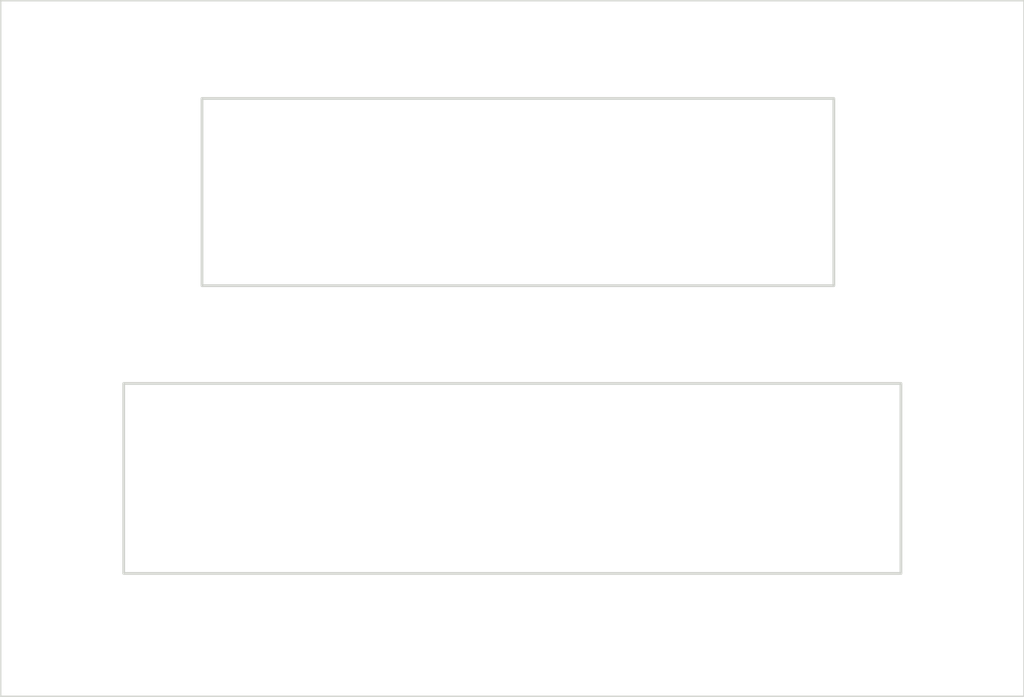
<source format=kicad_pcb>
(kicad_pcb (version 20211014) (generator pcbnew)

  (general
    (thickness 1.6)
  )

  (paper "A4")
  (layers
    (0 "F.Cu" signal)
    (31 "B.Cu" signal)
    (32 "B.Adhes" user "B.Adhesive")
    (33 "F.Adhes" user "F.Adhesive")
    (34 "B.Paste" user)
    (35 "F.Paste" user)
    (36 "B.SilkS" user "B.Silkscreen")
    (37 "F.SilkS" user "F.Silkscreen")
    (38 "B.Mask" user)
    (39 "F.Mask" user)
    (40 "Dwgs.User" user "User.Drawings")
    (41 "Cmts.User" user "User.Comments")
    (42 "Eco1.User" user "User.Eco1")
    (43 "Eco2.User" user "User.Eco2")
    (44 "Edge.Cuts" user)
    (45 "Margin" user)
    (46 "B.CrtYd" user "B.Courtyard")
    (47 "F.CrtYd" user "F.Courtyard")
    (48 "B.Fab" user)
    (49 "F.Fab" user)
    (50 "User.1" user)
    (51 "User.2" user)
    (52 "User.3" user)
    (53 "User.4" user)
    (54 "User.5" user)
    (55 "User.6" user)
    (56 "User.7" user)
    (57 "User.8" user)
    (58 "User.9" user)
  )

  (setup
    (pad_to_mask_clearance 0)
    (pcbplotparams
      (layerselection 0x00010fc_ffffffff)
      (disableapertmacros false)
      (usegerberextensions false)
      (usegerberattributes true)
      (usegerberadvancedattributes true)
      (creategerberjobfile true)
      (svguseinch false)
      (svgprecision 6)
      (excludeedgelayer true)
      (plotframeref false)
      (viasonmask false)
      (mode 1)
      (useauxorigin false)
      (hpglpennumber 1)
      (hpglpenspeed 20)
      (hpglpendiameter 15.000000)
      (dxfpolygonmode true)
      (dxfimperialunits true)
      (dxfusepcbnewfont true)
      (psnegative false)
      (psa4output false)
      (plotreference true)
      (plotvalue true)
      (plotinvisibletext false)
      (sketchpadsonfab false)
      (subtractmaskfromsilk false)
      (outputformat 1)
      (mirror false)
      (drillshape 0)
      (scaleselection 1)
      (outputdirectory "test-middle/")
    )
  )

  (net 0 "")

  (gr_curve (pts (xy 40.045247 28.677311) (xy 40.072808 28.677311) (xy 40.096924 28.684891) (xy 40.117594 28.700049)) (layer "Dwgs.User") (width 0.2) (tstamp 000b46d6-b833-4804-8f56-56d539f76d09))
  (gr_curve (pts (xy 51.308643 38.239863) (xy 51.180485 38.588507) (xy 50.996517 38.873072) (xy 50.756738 39.093558)) (layer "Dwgs.User") (width 0.2) (tstamp 01024d27-e392-4482-9e67-565b0c294fe8))
  (gr_curve (pts (xy 45.907422 25.173649) (xy 45.728277 25.274246) (xy 45.583583 25.408605) (xy 45.47334 25.576726)) (layer "Dwgs.User") (width 0.2) (tstamp 022502e0-e724-4b75-bc35-3c5984dbeb76))
  (gr_curve (pts (xy 43.503434 34.459215) (xy 43.521349 34.437167) (xy 43.550977 34.419252) (xy 43.592318 34.405472)) (layer "Dwgs.User") (width 0.2) (tstamp 044dde97-ee2e-473a-9264-ed4dff1893a5))
  (gr_curve (pts (xy 39.797201 36.732978) (xy 39.797201 36.732978) (xy 40.351172 36.732978) (xy 40.351172 36.732978)) (layer "Dwgs.User") (width 0.2) (tstamp 044de712-d3da-40ed-9c9f-d91ef285c74c))
  (gr_curve (pts (xy 31.694336 29.586817) (xy 31.625434 29.595085) (xy 31.538618 29.599219) (xy 31.433887 29.599219)) (layer "Dwgs.User") (width 0.2) (tstamp 0554bea0-89b2-4e25-9ea3-4c73921c94cb))
  (gr_curve (pts (xy 45.425798 29.506201) (xy 45.115739 29.397336) (xy 44.857357 29.231283) (xy 44.650651 29.008041)) (layer "Dwgs.User") (width 0.2) (tstamp 06665bf8-cef1-4e75-8d5b-1537b3c1b090))
  (gr_curve (pts (xy 25.230648 34.370332) (xy 25.309196 34.363442) (xy 25.41875 34.359996) (xy 25.55931 34.359996)) (layer "Dwgs.User") (width 0.2) (tstamp 082aed28-f9e8-49e7-96ee-b5aa9f0319c7))
  (gr_curve (pts (xy 47.662354 25.537451) (xy 47.556245 25.373465) (xy 47.414996 25.246685) (xy 47.238607 25.157113)) (layer "Dwgs.User") (width 0.2) (tstamp 08ec951f-e7eb-41cf-9589-697107a98e88))
  (gr_curve (pts (xy 31.975456 24.373698) (xy 31.975456 24.373698) (xy 31.975456 29.425586) (xy 31.975456 29.425586)) (layer "Dwgs.User") (width 0.2) (tstamp 099473f1-6598-46ff-a50f-4c520832170d))
  (gr_curve (pts (xy 43.78042 28.910889) (xy 43.78731 28.967389) (xy 43.790755 29.036979) (xy 43.790755 29.119662)) (layer "Dwgs.User") (width 0.2) (tstamp 09bbea88-8bd7-48ec-baae-1b4a9a11a40e))
  (gr_curve (pts (xy 39.770329 39.659931) (xy 39.752414 39.68198) (xy 39.722786 39.699894) (xy 39.681445 39.713675)) (layer "Dwgs.User") (width 0.2) (tstamp 0a1d0cbe-85ab-4f0f-b3b1-fcef21dfb600))
  (gr_curve (pts (xy 38.734733 39.659931) (xy 38.718197 39.637883) (xy 38.709928 39.613078) (xy 38.709928 39.585517)) (layer "Dwgs.User") (width 0.2) (tstamp 0a5610bb-d01a-4417-8271-dc424dd2c838))
  (gr_curve (pts (xy 39.797201 35.215758) (xy 39.797201 35.215758) (xy 39.797201 36.732978) (xy 39.797201 36.732978)) (layer "Dwgs.User") (width 0.2) (tstamp 0b110cbc-e477-4bdc-9c81-26a3d588d354))
  (gr_curve (pts (xy 40.6757 37.760306) (xy 40.608176 37.690026) (xy 40.530317 37.636971) (xy 40.442122 37.601142)) (layer "Dwgs.User") (width 0.2) (tstamp 0c544a8c-9f45-4205-9bca-1d91c95d58ef))
  (gr_curve (pts (xy 35.960742 27.124951) (xy 35.946962 27.156646) (xy 35.929736 27.179384) (xy 35.909066 27.193164)) (layer "Dwgs.User") (width 0.2) (tstamp 0c5dddf1-38df-43d2-b49c-e7b691dab0ab))
  (gr_curve (pts (xy 35.991748 26.998861) (xy 35.984858 27.051226) (xy 35.974523 27.093257) (xy 35.960742 27.124951)) (layer "Dwgs.User") (width 0.2) (tstamp 0ce1dd44-f307-4f98-9f0d-478fd87daa64))
  (gr_curve (pts (xy 50.002262 35.744925) (xy 49.871349 35.585072) (xy 49.703228 35.46036) (xy 49.4979 35.370788)) (layer "Dwgs.User") (width 0.2) (tstamp 0e0f9829-27a5-43b2-a0ae-121d3ce72ef4))
  (gr_curve (pts (xy 46.54821 28.772396) (xy 46.815549 28.772396) (xy 47.038791 28.722787) (xy 47.217936 28.623568)) (layer "Dwgs.User") (width 0.2) (tstamp 0e32af77-726b-4e11-9f99-2e2484ba9e9b))
  (gr_curve (pts (xy 41.942806 24.373698) (xy 41.942806 24.373698) (xy 41.942806 28.677311) (xy 41.942806 28.677311)) (layer "Dwgs.User") (width 0.2) (tstamp 0f0f7bb5-ade7-4a81-82b4-43be6a8ad05c))
  (gr_curve (pts (xy 47.887663 26.12863) (xy 47.843566 25.898497) (xy 47.768462 25.701438) (xy 47.662354 25.537451)) (layer "Dwgs.User") (width 0.2) (tstamp 0fb27e11-fde6-4a25-adbb-e9684771b369))
  (gr_curve (pts (xy 25.061149 34.426142) (xy 25.0956 34.395825) (xy 25.1521 34.377222) (xy 25.230648 34.370332)) (layer "Dwgs.User") (width 0.2) (tstamp 10b20c6b-8045-46d1-a965-0d7dd9a1b5fa))
  (gr_curve (pts (xy 35.940072 35.317044) (xy 35.763683 35.227472) (xy 35.543197 35.182685) (xy 35.278613 35.182685)) (layer "Dwgs.User") (width 0.2) (tstamp 112371bd-7aa2-4b47-b184-50d12afc2534))
  (gr_curve (pts (xy 40.169271 28.774463) (xy 40.183051 28.808914) (xy 40.193387 28.854389) (xy 40.200277 28.910889)) (layer "Dwgs.User") (width 0.2) (tstamp 113ffcdf-4c54-4e37-81dc-f91efa934ba7))
  (gr_curve (pts (xy 28.345703 29.599219) (xy 28.240972 29.599219) (xy 28.153467 29.595085) (xy 28.083187 29.586817)) (layer "Dwgs.User") (width 0.2) (tstamp 13ac70df-e9b9-44e5-96e6-20f0b0dc6a3a))
  (gr_curve (pts (xy 48.4375 28.919157) (xy 48.21977 29.16307) (xy 47.950364 29.349105) (xy 47.629281 29.477263)) (layer "Dwgs.User") (width 0.2) (tstamp 15189cef-9045-423b-b4f6-a763d4e75704))
  (gr_curve (pts (xy 47.652018 28.218425) (xy 47.762261 28.047548) (xy 47.84012 27.848422) (xy 47.885596 27.621045)) (layer "Dwgs.User") (width 0.2) (tstamp 152cd84e-bbed-4df5-a866-d1ab977b0966))
  (gr_curve (pts (xy 33.234294 29.493799) (xy 33.172282 29.440056) (xy 33.141276 29.35255) (xy 33.141276 29.231283)) (layer "Dwgs.User") (width 0.2) (tstamp 15699041-ed40-45ee-87d8-f5e206a88536))
  (gr_curve (pts (xy 44.541097 34.459215) (xy 44.559012 34.481264) (xy 44.567969 34.506069) (xy 44.567969 34.533629)) (layer "Dwgs.User") (width 0.2) (tstamp 15ea3484-2685-47cb-9e01-ec01c6d477b8))
  (gr_curve (pts (xy 41.397103 24.200065) (xy 41.50459 24.200065) (xy 41.592784 24.2042) (xy 41.661686 24.212468)) (layer "Dwgs.User") (width 0.2) (tstamp 162e5bdd-61a8-46a3-8485-826b5d58e1a1))
  (gr_curve (pts (xy 27.059993 39.75915) (xy 26.900141 39.75915) (xy 26.772673 39.755705) (xy 26.677588 39.748815)) (layer "Dwgs.User") (width 0.2) (tstamp 165f4d8d-26a9-4cf2-a8d6-9936cd983be4))
  (gr_curve (pts (xy 34.162402 38.423831) (xy 34.267133 38.589196) (xy 34.407693 38.715286) (xy 34.584082 38.802103)) (layer "Dwgs.User") (width 0.2) (tstamp 1732b93f-cd0e-4ca4-a905-bb406354ca33))
  (gr_curve (pts (xy 44.030534 26.932715) (xy 44.030534 26.500011) (xy 44.085655 26.110715) (xy 44.195898 25.764828)) (layer "Dwgs.User") (width 0.2) (tstamp 178ae27e-edb9-4ffb-bd13-c0a6dd659606))
  (gr_curve (pts (xy 37.138965 39.079088) (xy 36.921235 39.323001) (xy 36.651828 39.509036) (xy 36.330745 39.637194)) (layer "Dwgs.User") (width 0.2) (tstamp 17cf1c88-8d51-4538-aa76-e35ac22d0ed0))
  (gr_curve (pts (xy 34.224414 28.722787) (xy 34.224414 28.722787) (xy 36.150911 28.722787) (xy 36.150911 28.722787)) (layer "Dwgs.User") (width 0.2) (tstamp 1855ca44-ab48-4b76-a210-97fc81d916c4))
  (gr_curve (pts (xy 31.948584 24.299284) (xy 31.966498 24.321333) (xy 31.975456 24.346137) (xy 31.975456 24.373698)) (layer "Dwgs.User") (width 0.2) (tstamp 1876c30c-72b2-4a8d-9f32-bf8b213530b4))
  (gr_curve (pts (xy 46.374577 38.934394) (xy 46.388357 38.968845) (xy 46.398692 39.01432) (xy 46.405583 39.07082)) (layer "Dwgs.User") (width 0.2) (tstamp 18d3014d-7089-41b5-ab03-53cc0a265580))
  (gr_curve (pts (xy 36.301807 29.349105) (xy 36.294916 29.402849) (xy 36.284581 29.446257) (xy 36.270801 29.47933)) (layer "Dwgs.User") (width 0.2) (tstamp 199124ca-dd64-45cf-a063-97cc545cbea7))
  (gr_curve (pts (xy 46.614355 24.129785) (xy 47.019499 24.129785) (xy 47.3771 24.183529) (xy 47.687158 24.291016)) (layer "Dwgs.User") (width 0.2) (tstamp 1a22eb2d-f625-4371-a918-ff1b97dc8219))
  (gr_curve (pts (xy 36.150911 29.574414) (xy 36.150911 29.574414) (xy 33.463737 29.574414) (xy 33.463737 29.574414)) (layer "Dwgs.User") (width 0.2) (tstamp 1bd80cf9-f42a-4aee-a408-9dbf4e81e625))
  (gr_curve (pts (xy 40.200277 29.328435) (xy 40.193387 29.384934) (xy 40.183051 29.431787) (xy 40.169271 29.468994)) (layer "Dwgs.User") (width 0.2) (tstamp 1bf7d0f9-0dcf-4d7c-b58c-318e3dc42bc9))
  (gr_curve (pts (xy 37.554443 24.212468) (xy 37.624723 24.2042) (xy 37.712229 24.200065) (xy 37.81696 24.200065)) (layer "Dwgs.User") (width 0.2) (tstamp 1cacb878-9da4-41fc-aa80-018bc841e19a))
  (gr_curve (pts (xy 39.251497 39.75915) (xy 39.146766 39.75915) (xy 39.059261 39.755016) (xy 38.988981 39.746748)) (layer "Dwgs.User") (width 0.2) (tstamp 1cb64bfe-d819-47e3-be11-515b04f2c451))
  (gr_curve (pts (xy 33.941227 36.325768) (xy 33.895752 36.550388) (xy 33.873014 36.7881) (xy 33.873014 37.038903)) (layer "Dwgs.User") (width 0.2) (tstamp 1d0d5161-c82f-4c77-a9ca-15d017db65d3))
  (gr_curve (pts (xy 38.246908 24.245541) (xy 38.288249 24.259321) (xy 38.317877 24.277236) (xy 38.335791 24.299284)) (layer "Dwgs.User") (width 0.2) (tstamp 1de61170-5337-44c5-ba28-bd477db4bff1))
  (gr_curve (pts (xy 47.379167 39.734345) (xy 47.288216 39.734345) (xy 47.211735 39.707474) (xy 47.149723 39.65373)) (layer "Dwgs.User") (width 0.2) (tstamp 2026567f-be64-41dd-8011-b0897ba0ff2e))
  (gr_curve (pts (xy 35.31582 34.289717) (xy 35.720964 34.289717) (xy 36.078564 34.34346) (xy 36.388623 34.450947)) (layer "Dwgs.User") (width 0.2) (tstamp 2028d85e-9e27-4758-8c0b-559fad072813))
  (gr_curve (pts (xy 43.790755 29.119662) (xy 43.790755 29.202344) (xy 43.78731 29.271935) (xy 43.78042 29.328435)) (layer "Dwgs.User") (width 0.2) (tstamp 2102c637-9f11-48f1-aae6-b4139dc22be2))
  (gr_curve (pts (xy 31.975456 29.425586) (xy 31.975456 29.453147) (xy 31.966498 29.477952) (xy 31.948584 29.5)) (layer "Dwgs.User") (width 0.2) (tstamp 22962957-1efd-404d-83db-5b233b6c15b0))
  (gr_curve (pts (xy 41.634814 39.719876) (xy 41.594851 39.704718) (xy 41.566602 39.685425) (xy 41.550065 39.661998)) (layer "Dwgs.User") (width 0.2) (tstamp 22c28634-55a5-4f76-9217-6b70ddd108b8))
  (gr_curve (pts (xy 46.405583 39.488366) (xy 46.398692 39.544865) (xy 46.388357 39.591718) (xy 46.374577 39.628926)) (layer "Dwgs.User") (width 0.2) (tstamp 232ccf4f-3322-4e62-990b-290e6ff36fcd))
  (gr_curve (pts (xy 41.045703 36.520071) (xy 41.122873 36.452547) (xy 41.180751 36.371932) (xy 41.219336 36.278226)) (layer "Dwgs.User") (width 0.2) (tstamp 234e1024-0b7f-410c-90bb-bae43af1eb25))
  (gr_curve (pts (xy 40.045247 29.574414) (xy 40.045247 29.574414) (xy 37.593717 29.574414) (xy 37.593717 29.574414)) (layer "Dwgs.User") (width 0.2) (tstamp 247ebffd-2cb6-4379-ba6e-21861fea3913))
  (gr_curve (pts (xy 28.083187 29.586817) (xy 28.012907 29.578548) (xy 27.957096 29.567524) (xy 27.915755 29.553744)) (layer "Dwgs.User") (width 0.2) (tstamp 24adc223-60f0-4497-98a3-d664c5a13280))
  (gr_curve (pts (xy 35.840853 27.213835) (xy 35.840853 27.213835) (xy 34.224414 27.213835) (xy 34.224414 27.213835)) (layer "Dwgs.User") (width 0.2) (tstamp 254f7cc6-cee1-44ca-9afe-939b318201aa))
  (gr_curve (pts (xy 31.04528 39.45736) (xy 31.028743 39.523506) (xy 31.006006 39.57656) (xy 30.977067 39.616523)) (layer "Dwgs.User") (width 0.2) (tstamp 25c663ff-96b6-4263-a06e-d1829409cf73))
  (gr_curve (pts (xy 42.306608 35.288105) (xy 42.369998 35.452092) (xy 42.401693 35.640194) (xy 42.401693 35.852412)) (layer "Dwgs.User") (width 0.2) (tstamp 2681e64d-bedc-4e1f-87d2-754aaa485bbd))
  (gr_curve (pts (xy 33.141276 24.568002) (xy 33.141276 24.446734) (xy 33.172282 24.359229) (xy 33.234294 24.305485)) (layer "Dwgs.User") (width 0.2) (tstamp 26a22c19-4cc5-4237-9651-0edc4f854154))
  (gr_curve (pts (xy 43.749414 29.468994) (xy 43.735634 29.506201) (xy 43.718408 29.533073) (xy 43.697738 29.54961)) (layer "Dwgs.User") (width 0.2) (tstamp 272c2a78-b5f5-4b61-aed3-ec69e0e92729))
  (gr_curve (pts (xy 28.610286 29.586817) (xy 28.541385 29.595085) (xy 28.45319 29.599219) (xy 28.345703 29.599219)) (layer "Dwgs.User") (width 0.2) (tstamp 278a91dc-d57d-4a5c-a045-34b6bd84131f))
  (gr_curve (pts (xy 31.001872 29.553744) (xy 30.961909 29.539963) (xy 30.93297 29.522049) (xy 30.915055 29.5)) (layer "Dwgs.User") (width 0.2) (tstamp 29126f72-63f7-4275-8b12-6b96a71c6f17))
  (gr_curve (pts (xy 29.672754 39.707474) (xy 29.617632 39.686803) (xy 29.577669 39.656486) (xy 29.552865 39.616523)) (layer "Dwgs.User") (width 0.2) (tstamp 291935ec-f8ff-41f0-8717-e68b8af7b8c1))
  (gr_curve (pts (xy 49.094824 26.83763) (xy 49.094824 27.281359) (xy 49.039703 27.678234) (xy 48.92946 28.028255)) (layer "Dwgs.User") (width 0.2) (tstamp 2a4111b7-8149-4814-9344-3b8119cd75e4))
  (gr_curve (pts (xy 40.878271 24.299284) (xy 40.896186 24.277236) (xy 40.925814 24.259321) (xy 40.967155 24.245541)) (layer "Dwgs.User") (width 0.2) (tstamp 2b25e886-ded1-450a-ada1-ece4208052e4))
  (gr_curve (pts (xy 42.575326 39.250654) (xy 42.616667 39.355385) (xy 42.644227 39.431866) (xy 42.658008 39.480097)) (layer "Dwgs.User") (width 0.2) (tstamp 2ba25c40-ea42-478e-9150-1d94fa1c8ae9))
  (gr_curve (pts (xy 30.888184 29.425586) (xy 30.888184 29.425586) (xy 30.888184 27.263444) (xy 30.888184 27.263444)) (layer "Dwgs.User") (width 0.2) (tstamp 2ea8fa6f-efc3-40fe-bcf9-05bfa46ead4f))
  (gr_curve (pts (xy 45.882617 28.642172) (xy 46.059006 28.728988) (xy 46.28087 28.772396) (xy 46.54821 28.772396)) (layer "Dwgs.User") (width 0.2) (tstamp 2ee28fa9-d785-45a1-9a1b-1be02ad8cd0b))
  (gr_curve (pts (xy 47.238607 25.157113) (xy 47.062218 25.06754) (xy 46.841732 25.022754) (xy 46.577148 25.022754)) (layer "Dwgs.User") (width 0.2) (tstamp 2eea20e6-112c-411a-b615-885ae773135a))
  (gr_curve (pts (xy 33.93916 37.826452) (xy 33.983257 38.05934) (xy 34.057671 38.258467) (xy 34.162402 38.423831)) (layer "Dwgs.User") (width 0.2) (tstamp 2f0570b6-86da-47a8-9e56-ce60c431c534))
  (gr_curve (pts (xy 41.827051 24.245541) (xy 41.868392 24.259321) (xy 41.89802 24.277236) (xy 41.915934 24.299284)) (layer "Dwgs.User") (width 0.2) (tstamp 2f3fba7a-cf45-4bd8-9035-07e6fa0b4732))
  (gr_curve (pts (xy 41.661686 24.212468) (xy 41.730588 24.220736) (xy 41.78571 24.23176) (xy 41.827051 24.245541)) (layer "Dwgs.User") (width 0.2) (tstamp 319c683d-aed6-4e7d-aee2-ff9871746d52))
  (gr_curve (pts (xy 31.301595 34.481953) (xy 31.315375 34.450258) (xy 31.341558 34.425453) (xy 31.380143 34.407539)) (layer "Dwgs.User") (width 0.2) (tstamp 31bfc3e7-147b-4531-a0c5-e3a305c1647d))
  (gr_curve (pts (xy 42.401693 39.750882) (xy 42.321766 39.756394) (xy 42.212901 39.75915) (xy 42.075098 39.75915)) (layer "Dwgs.User") (width 0.2) (tstamp 3335d379-08d8-4469-9fa1-495ed5a43fba))
  (gr_curve (pts (xy 36.150911 28.722787) (xy 36.175716 28.722787) (xy 36.198454 28.730366) (xy 36.219124 28.745524)) (layer "Dwgs.User") (width 0.2) (tstamp 3457afc5-3e4f-4220-81d1-b079f653a722))
  (gr_curve (pts (xy 49.458626 38.758694) (xy 49.662576 38.681524) (xy 49.832764 38.56508) (xy 49.969189 38.409362)) (layer "Dwgs.User") (width 0.2) (tstamp 34a11a07-8b7f-45d2-96e3-89fd43e62756))
  (gr_curve (pts (xy 48.935661 25.632536) (xy 49.04177 25.972912) (xy 49.094824 26.37461) (xy 49.094824 26.83763)) (layer "Dwgs.User") (width 0.2) (tstamp 34ce7009-187e-4541-a14e-708b3a2903d9))
  (gr_curve (pts (xy 48.139844 35.236429) (xy 48.139844 35.236429) (xy 48.139844 38.87445) (xy 48.139844 38.87445)) (layer "Dwgs.User") (width 0.2) (tstamp 3579cf2f-29b0-46b6-a07d-483fb5586322))
  (gr_curve (pts (xy 30.276335 39.75915) (xy 30.119238 39.75915) (xy 29.993148 39.755705) (xy 29.898063 39.748815)) (layer "Dwgs.User") (width 0.2) (tstamp 35fb7c56-dc85-43f7-b954-81b8040a8500))
  (gr_curve (pts (xy 31.847298 34.359996) (xy 31.968566 34.359996) (xy 32.062961 34.363442) (xy 32.130485 34.370332)) (layer "Dwgs.User") (width 0.2) (tstamp 363189af-2faa-46a4-b025-5a779d801f2e))
  (gr_curve (pts (xy 51.323112 35.86068) (xy 51.441623 36.183141) (xy 51.500879 36.556589) (xy 51.500879 36.981025)) (layer "Dwgs.User") (width 0.2) (tstamp 3656bb3f-f8a4-4f3a-8e9a-ec6203c87a56))
  (gr_curve (pts (xy 31.545508 34.370332) (xy 31.617166 34.363442) (xy 31.717763 34.359996) (xy 31.847298 34.359996)) (layer "Dwgs.User") (width 0.2) (tstamp 37657eee-b379-4145-b65d-79c82b53e49e))
  (gr_curve (pts (xy 32.277246 34.426142) (xy 32.307563 34.456459) (xy 32.320654 34.501245) (xy 32.31652 34.560501)) (layer "Dwgs.User") (width 0.2) (tstamp 386faf3f-2adf-472a-84bf-bd511edf2429))
  (gr_curve (pts (xy 49.4979 35.370788) (xy 49.292573 35.281215) (xy 49.023166 35.236429) (xy 48.689681 35.236429)) (layer "Dwgs.User") (width 0.2) (tstamp 3934b2e9-06c8-499c-a6df-4d7b35cfb894))
  (gr_curve (pts (xy 38.335791 24.299284) (xy 38.353706 24.321333) (xy 38.362663 24.346137) (xy 38.362663 24.373698)) (layer "Dwgs.User") (width 0.2) (tstamp 3a1a39fc-8030-4c93-9d9c-d79ba6824099))
  (gr_curve (pts (xy 36.134375 24.22487) (xy 36.15918 24.22487) (xy 36.181228 24.23176) (xy 36.200521 24.245541)) (layer "Dwgs.User") (width 0.2) (tstamp 3b65c51e-c243-447e-bee9-832d94c1630e))
  (gr_curve (pts (xy 41.36403 37.245608) (xy 41.443956 37.284194) (xy 41.519059 37.331047) (xy 41.589339 37.386168)) (layer "Dwgs.User") (width 0.2) (tstamp 3b9c5ffd-e59b-402d-8c5e-052f7ca643a4))
  (gr_curve (pts (xy 34.224414 25.076498) (xy 34.224414 25.076498) (xy 34.224414 26.382878) (xy 34.224414 26.382878)) (layer "Dwgs.User") (width 0.2) (tstamp 3bbbbb7d-391c-4fee-ac81-3c47878edc38))
  (gr_curve (pts (xy 30.330078 38.680146) (xy 30.330078 38.680146) (xy 31.268522 34.595641) (xy 31.268522 34.595641)) (layer "Dwgs.User") (width 0.2) (tstamp 3e87b259-dfc1-4885-8dcf-7e7ae39674ed))
  (gr_curve (pts (xy 43.78042 29.328435) (xy 43.77353 29.384934) (xy 43.763194 29.431787) (xy 43.749414 29.468994)) (layer "Dwgs.User") (width 0.2) (tstamp 3f2a6679-91d7-4b6c-bf5c-c4d5abb2bc44))
  (gr_curve (pts (xy 50.3764 37.018232) (xy 50.3764 36.764673) (xy 50.346772 36.529029) (xy 50.287516 36.311299)) (layer "Dwgs.User") (width 0.2) (tstamp 3f96e159-1f3b-4ee7-a46e-e60d78f2137a))
  (gr_curve (pts (xy 34.127262 39.666133) (xy 33.817204 39.557268) (xy 33.558822 39.391214) (xy 33.352116 39.167972)) (layer "Dwgs.User") (width 0.2) (tstamp 3fa05934-8ad1-40a9-af5c-98ad298eb412))
  (gr_curve (pts (xy 33.463737 24.22487) (xy 33.463737 24.22487) (xy 36.134375 24.22487) (xy 36.134375 24.22487)) (layer "Dwgs.User") (width 0.2) (tstamp 402c62e6-8d8e-473a-a0cf-2b86e4908cd7))
  (gr_curve (pts (xy 44.286849 34.372399) (xy 44.355751 34.380667) (xy 44.410872 34.391691) (xy 44.452214 34.405472)) (layer "Dwgs.User") (width 0.2) (tstamp 406d491e-5b01-46dc-a768-fd0992cdb346))
  (gr_curve (pts (xy 43.592318 34.405472) (xy 43.633659 34.391691) (xy 43.689469 34.380667) (xy 43.759749 34.372399)) (layer "Dwgs.User") (width 0.2) (tstamp 4160bbf7-ffff-4c5c-a647-5ee58ddecf06))
  (gr_curve (pts (xy 48.706217 38.87445) (xy 49.003874 38.87445) (xy 49.254677 38.835865) (xy 49.458626 38.758694)) (layer "Dwgs.User") (width 0.2) (tstamp 41b4f8c6-4973-4fc7-9118-d582bc7f31e7))
  (gr_curve (pts (xy 47.953809 26.895508) (xy 47.953809 26.614388) (xy 47.93176 26.358762) (xy 47.887663 26.12863)) (layer "Dwgs.User") (width 0.2) (tstamp 41c18011-40db-4384-9ba4-c0158d0d9d6a))
  (gr_curve (pts (xy 46.3229 39.709541) (xy 46.30223 39.726077) (xy 46.278114 39.734345) (xy 46.250553 39.734345)) (layer "Dwgs.User") (width 0.2) (tstamp 42b61d5b-39d6-462b-b2cc-57656078085f))
  (gr_curve (pts (xy 38.709928 34.727933) (xy 38.709928 34.606665) (xy 38.740934 34.51916) (xy 38.802946 34.465416)) (layer "Dwgs.User") (width 0.2) (tstamp 42ecdba3-f348-4384-8d4b-cd21e56f3613))
  (gr_curve (pts (xy 43.625391 28.677311) (xy 43.652951 28.677311) (xy 43.677067 28.684891) (xy 43.697738 28.700049)) (layer "Dwgs.User") (width 0.2) (tstamp 4346fe55-f906-453a-b81a-1c013104a598))
  (gr_curve (pts (xy 35.919401 38.783499) (xy 36.098546 38.68428) (xy 36.24324 38.549233) (xy 36.353483 38.378356)) (layer "Dwgs.User") (width 0.2) (tstamp 44b926bf-8bdd-4191-846d-2dfabab2cecb))
  (gr_curve (pts (xy 41.134587 24.212468) (xy 41.204867 24.2042) (xy 41.292372 24.200065) (xy 41.397103 24.200065)) (layer "Dwgs.User") (width 0.2) (tstamp 456c5e47-d71e-4708-b061-1e61634d8648))
  (gr_curve (pts (xy 28.887272 29.425586) (xy 28.887272 29.453147) (xy 28.879004 29.477952) (xy 28.862467 29.5)) (layer "Dwgs.User") (width 0.2) (tstamp 4641c87c-bffa-41fe-ae77-be3a97a6f797))
  (gr_curve (pts (xy 49.969189 38.409362) (xy 50.105615 38.253643) (xy 50.20759 38.060029) (xy 50.275114 37.828519)) (layer "Dwgs.User") (width 0.2) (tstamp 47993d80-a37e-426e-90c9-fd54b49ed166))
  (gr_curve (pts (xy 32.897363 35.924759) (xy 33.007606 35.578871) (xy 33.171593 35.28466) (xy 33.389323 35.042125)) (layer "Dwgs.User") (width 0.2) (tstamp 49488c82-6277-4d05-a051-6a9df142c373))
  (gr_curve (pts (xy 35.991748 26.604053) (xy 35.998638 26.657797) (xy 36.002083 26.723253) (xy 36.002083 26.800423)) (layer "Dwgs.User") (width 0.2) (tstamp 4970ec6e-3725-4619-b57d-dc2c2cb86ed0))
  (gr_curve (pts (xy 29.552865 39.616523) (xy 29.52806 39.57656) (xy 29.508767 39.523506) (xy 29.494987 39.45736)) (layer "Dwgs.User") (width 0.2) (tstamp 49a65079-57a9-46fc-8711-1d7f2cab8dbf))
  (gr_curve (pts (xy 38.362663 24.373698) (xy 38.362663 24.373698) (xy 38.362663 28.677311) (xy 38.362663 28.677311)) (layer "Dwgs.User") (width 0.2) (tstamp 49b5f540-e128-4e08-bb09-f321f8e64056))
  (gr_curve (pts (xy 49.965055 34.552233) (xy 50.297163 34.663854) (xy 50.576904 34.829218) (xy 50.804281 35.048327)) (layer "Dwgs.User") (width 0.2) (tstamp 49d97c73-e37a-4154-9d0a-88037e40cc11))
  (gr_curve (pts (xy 46.577148 25.022754) (xy 46.309809 25.022754) (xy 46.086567 25.073053) (xy 45.907422 25.173649)) (layer "Dwgs.User") (width 0.2) (tstamp 49fec31e-3712-4229-8142-b191d90a97d0))
  (gr_curve (pts (xy 34.224414 26.382878) (xy 34.224414 26.382878) (xy 35.840853 26.382878) (xy 35.840853 26.382878)) (layer "Dwgs.User") (width 0.2) (tstamp 4a53fa56-d65b-42a4-a4be-8f49c4c015bb))
  (gr_curve (pts (xy 31.167236 24.212468) (xy 31.237516 24.2042) (xy 31.3264 24.200065) (xy 31.433887 24.200065)) (layer "Dwgs.User") (width 0.2) (tstamp 4bbde53d-6894-4e18-9480-84a6a26d5f6b))
  (gr_curve (pts (xy 28.862467 29.5) (xy 28.845931 29.522049) (xy 28.816992 29.539963) (xy 28.775651 29.553744)) (layer "Dwgs.User") (width 0.2) (tstamp 4cc0e615-05a0-4f42-a208-4011ba8ef841))
  (gr_curve (pts (xy 37.81696 24.200065) (xy 37.924447 24.200065) (xy 38.012641 24.2042) (xy 38.081543 24.212468)) (layer "Dwgs.User") (width 0.2) (tstamp 4ce9470f-5633-41bf-89ac-74a810939893))
  (gr_curve (pts (xy 28.345703 24.200065) (xy 28.45319 24.200065) (xy 28.541385 24.2042) (xy 28.610286 24.212468)) (layer "Dwgs.User") (width 0.2) (tstamp 4cfd9a02-97ef-4af4-a6b8-db9be1a8fda5))
  (gr_curve (pts (xy 41.798112 39.750882) (xy 41.72921 39.74537) (xy 41.674778 39.735034) (xy 41.634814 39.719876)) (layer "Dwgs.User") (width 0.2) (tstamp 4d2fd49e-2cb2-44d4-8935-68488970d97b))
  (gr_curve (pts (xy 30.6236 39.748815) (xy 30.53265 39.755705) (xy 30.416895 39.75915) (xy 30.276335 39.75915)) (layer "Dwgs.User") (width 0.2) (tstamp 4e677390-a246-4ca0-954c-746e0870f88f))
  (gr_curve (pts (xy 41.80638 37.038903) (xy 41.676845 37.124341) (xy 41.529395 37.193243) (xy 41.36403 37.245608)) (layer "Dwgs.User") (width 0.2) (tstamp 4fb2577d-2e1c-480c-9060-124510b35053))
  (gr_curve (pts (xy 37.298128 24.299284) (xy 37.316043 24.277236) (xy 37.345671 24.259321) (xy 37.387012 24.245541)) (layer "Dwgs.User") (width 0.2) (tstamp 51cc007a-3378-4ce3-909c-71e94822f8d1))
  (gr_curve (pts (xy 51.500879 36.981025) (xy 51.500879 37.471607) (xy 51.4368 37.891219) (xy 51.308643 38.239863)) (layer "Dwgs.User") (width 0.2) (tstamp 54093c93-5e7e-4c8d-8d94-40c077747c12))
  (gr_curve (pts (xy 28.887272 26.337403) (xy 28.887272 26.337403) (xy 30.888184 26.337403) (xy 30.888184 26.337403)) (layer "Dwgs.User") (width 0.2) (tstamp 54ed3ee1-891b-418e-ab9c-6a18747d7388))
  (gr_curve (pts (xy 37.387012 24.245541) (xy 37.428353 24.23176) (xy 37.484163 24.220736) (xy 37.554443 24.212468)) (layer "Dwgs.User") (width 0.2) (tstamp 5576cd03-3bad-40c5-9316-1d286895d52a))
  (gr_curve (pts (xy 47.885596 27.621045) (xy 47.931071 27.393669) (xy 47.953809 27.151823) (xy 47.953809 26.895508)) (layer "Dwgs.User") (width 0.2) (tstamp 560d05a7-84e4-403a-80d1-f287a4032b8a))
  (gr_curve (pts (xy 43.749414 28.774463) (xy 43.763194 28.808914) (xy 43.77353 28.854389) (xy 43.78042 28.910889)) (layer "Dwgs.User") (width 0.2) (tstamp 56d2bc5d-fd72-4542-ab0f-053a5fd60efa))
  (gr_curve (pts (xy 36.219124 29.551677) (xy 36.198454 29.566835) (xy 36.175716 29.574414) (xy 36.150911 29.574414)) (layer "Dwgs.User") (width 0.2) (tstamp 57f248a7-365e-4c42-b80d-5a7d1f9dfaf3))
  (gr_curve (pts (xy 35.249674 38.932327) (xy 35.517014 38.932327) (xy 35.740256 38.882718) (xy 35.919401 38.783499)) (layer "Dwgs.User") (width 0.2) (tstamp 58126faf-01a4-4f91-8e8c-ca9e47b48048))
  (gr_curve (pts (xy 36.301807 28.948096) (xy 36.308697 29.001839) (xy 36.312142 29.068674) (xy 36.312142 29.148601)) (layer "Dwgs.User") (width 0.2) (tstamp 58390862-1833-41dd-9c4e-98073ea0da33))
  (gr_curve (pts (xy 27.762793 39.612389) (xy 27.737988 39.652352) (xy 27.698714 39.683358) (xy 27.644971 39.705407)) (layer "Dwgs.User") (width 0.2) (tstamp 58cc7831-f944-4d33-8c61-2fd5bebc61e0))
  (gr_curve (pts (xy 47.149723 34.465416) (xy 47.211735 34.411673) (xy 47.288216 34.384801) (xy 47.379167 34.384801)) (layer "Dwgs.User") (width 0.2) (tstamp 59e09498-d26e-4ba7-b47d-fece2ea7c274))
  (gr_curve (pts (xy 26.270378 39.45736) (xy 26.270378 39.45736) (xy 25.054948 34.789944) (xy 25.054948 34.789944)) (layer "Dwgs.User") (width 0.2) (tstamp 59f60168-cced-43c9-aaa5-41a1a8a2f631))
  (gr_curve (pts (xy 41.963477 37.85539) (xy 42.018598 37.955987) (xy 42.072342 38.069675) (xy 42.124707 38.196455)) (layer "Dwgs.User") (width 0.2) (tstamp 5a33f5a4-a470-4c04-9e2d-532b5f01a5d6))
  (gr_curve (pts (xy 41.593473 34.570836) (xy 41.765728 34.64525) (xy 41.9118 34.742402) (xy 42.031689 34.862291)) (layer "Dwgs.User") (width 0.2) (tstamp 5a390647-51ba-4684-b747-9001f749ff71))
  (gr_curve (pts (xy 36.281136 24.851188) (xy 36.274246 24.904932) (xy 36.263911 24.94834) (xy 36.25013 24.981413)) (layer "Dwgs.User") (width 0.2) (tstamp 5bab6a37-1fdf-4cf8-b571-44c962ed86e9))
  (gr_curve (pts (xy 35.278613 35.182685) (xy 35.011274 35.182685) (xy 34.788032 35.232984) (xy 34.608887 35.33358)) (layer "Dwgs.User") (width 0.2) (tstamp 5c32b099-dba7-4228-8a5e-c2156f635ce2))
  (gr_curve (pts (xy 41.942806 28.677311) (xy 41.942806 28.677311) (xy 43.625391 28.677311) (xy 43.625391 28.677311)) (layer "Dwgs.User") (width 0.2) (tstamp 5e6153e6-2c19-46de-9a8e-b310a2a07861))
  (gr_curve (pts (xy 36.270801 28.817871) (xy 36.284581 28.850944) (xy 36.294916 28.894353) (xy 36.301807 28.948096)) (layer "Dwgs.User") (width 0.2) (tstamp 5e755161-24a5-4650-a6e3-9836bf074412))
  (gr_curve (pts (xy 33.352116 39.167972) (xy 33.14541 38.94473) (xy 32.990381 38.660854) (xy 32.887028 38.316344)) (layer "Dwgs.User") (width 0.2) (tstamp 5eb16f0d-ef1e-4549-97a1-19cd06ad7236))
  (gr_curve (pts (xy 34.224414 27.213835) (xy 34.224414 27.213835) (xy 34.224414 28.722787) (xy 34.224414 28.722787)) (layer "Dwgs.User") (width 0.2) (tstamp 5f48b0f2-82cf-40ce-afac-440f97643c36))
  (gr_curve (pts (xy 39.681445 39.713675) (xy 39.640104 39.727455) (xy 39.584983 39.73848) (xy 39.516081 39.746748)) (layer "Dwgs.User") (width 0.2) (tstamp 60d26b83-9c3a-4edb-93ef-ab3d9d05e8cb))
  (gr_curve (pts (xy 41.787777 37.586673) (xy 41.849788 37.665221) (xy 41.908355 37.754794) (xy 41.963477 37.85539)) (layer "Dwgs.User") (width 0.2) (tstamp 6133fb54-5524-482e-9ae2-adbf29aced9e))
  (gr_curve (pts (xy 35.840853 26.382878) (xy 35.865658 26.382878) (xy 35.888395 26.390457) (xy 35.909066 26.405616)) (layer "Dwgs.User") (width 0.2) (tstamp 6150c02b-beb5-4af1-951e-3666a285a6ea))
  (gr_curve (pts (xy 41.173861 29.574414) (xy 41.08291 29.574414) (xy 41.006429 29.547543) (xy 40.944417 29.493799)) (layer "Dwgs.User") (width 0.2) (tstamp 62f15a9a-9893-486e-9ad0-ea43f88fc9e7))
  (gr_curve (pts (xy 27.826872 29.5) (xy 27.808957 29.477952) (xy 27.8 29.453147) (xy 27.8 29.425586)) (layer "Dwgs.User") (width 0.2) (tstamp 631c7be5-8dc2-4df4-ab73-737bb928e763))
  (gr_curve (pts (xy 30.977067 39.616523) (xy 30.948128 39.656486) (xy 30.90472 39.686803) (xy 30.846842 39.707474)) (layer "Dwgs.User") (width 0.2) (tstamp 637e9edf-ffed-49a2-8408-fa110c9a4c79))
  (gr_curve (pts (xy 26.117415 34.461282) (xy 26.131196 34.490221) (xy 26.14222 34.530873) (xy 26.150488 34.583239)) (layer "Dwgs.User") (width 0.2) (tstamp 645bdbdc-8f65-42ef-a021-2d3e7d74a739))
  (gr_curve (pts (xy 43.476563 39.391214) (xy 43.476563 39.391214) (xy 43.476563 34.533629) (xy 43.476563 34.533629)) (layer "Dwgs.User") (width 0.2) (tstamp 661ca2ba-bce5-4308-99a6-de333a625515))
  (gr_curve (pts (xy 46.405583 39.07082) (xy 46.412473 39.12732) (xy 46.415918 39.196911) (xy 46.415918 39.279593)) (layer "Dwgs.User") (width 0.2) (tstamp 662bafcb-dcfb-4471-a8a9-f5c777fdf249))
  (gr_curve (pts (xy 45.237695 27.66652) (xy 45.281793 27.899409) (xy 45.356207 28.098535) (xy 45.460938 28.2639)) (layer "Dwgs.User") (width 0.2) (tstamp 66ca01b3-51ff-4294-9b77-4492e98f6aec))
  (gr_curve (pts (xy 40.285026 35.215758) (xy 40.285026 35.215758) (xy 39.797201 35.215758) (xy 39.797201 35.215758)) (layer "Dwgs.User") (width 0.2) (tstamp 6762c669-2824-49a2-8bd4-3f19091dd75a))
  (gr_curve (pts (xy 28.639225 36.067386) (xy 28.639225 36.067386) (xy 28.630957 36.067386) (xy 28.630957 36.067386)) (layer "Dwgs.User") (width 0.2) (tstamp 6ae963fb-e34f-4e11-9adf-78839a5b2ef1))
  (gr_curve (pts (xy 42.33348 36.342304) (xy 42.288005 36.489755) (xy 42.22117 36.621357) (xy 42.132975 36.737112)) (layer "Dwgs.User") (width 0.2) (tstamp 6b6d35dc-fa1d-46c5-87c0-b0652011059d))
  (gr_curve (pts (xy 42.401693 35.852412) (xy 42.401693 36.031557) (xy 42.378955 36.194854) (xy 42.33348 36.342304)) (layer "Dwgs.User") (width 0.2) (tstamp 6b8c153e-62fe-42fb-aa7f-caef740ef6fd))
  (gr_curve (pts (xy 27.915755 29.553744) (xy 27.874414 29.539963) (xy 27.844786 29.522049) (xy 27.826872 29.5)) (layer "Dwgs.User") (width 0.2) (tstamp 6d2a06fb-0b1e-452a-ab38-11a5f45e1b32))
  (gr_curve (pts (xy 46.374577 39.628926) (xy 46.360796 39.666133) (xy 46.343571 39.693004) (xy 46.3229 39.709541)) (layer "Dwgs.User") (width 0.2) (tstamp 6d7ff8c0-8a2a-4636-844f-c7210ff3e6f2))
  (gr_curve (pts (xy 34.174805 35.736657) (xy 34.064562 35.904777) (xy 33.986702 36.101148) (xy 33.941227 36.325768)) (layer "Dwgs.User") (width 0.2) (tstamp 6f1beb86-67e1-46bf-8c2b-6d1e1485d5c0))
  (gr_curve (pts (xy 45.496077 24.324089) (xy 45.81716 24.194553) (xy 46.18992 24.129785) (xy 46.614355 24.129785)) (layer "Dwgs.User") (width 0.2) (tstamp 6ff9bb63-d6fd-4e32-bb60-7ac65509c2e9))
  (gr_curve (pts (xy 36.25013 24.981413) (xy 36.23635 25.014486) (xy 36.219813 25.038602) (xy 36.200521 25.05376)) (layer "Dwgs.User") (width 0.2) (tstamp 706c1cb9-5d96-4282-9efc-6147f0125147))
  (gr_curve (pts (xy 46.250553 38.837243) (xy 46.278114 38.837243) (xy 46.30223 38.844822) (xy 46.3229 38.85998)) (layer "Dwgs.User") (width 0.2) (tstamp 720ec55a-7c69-4064-b792-ef3dbba4eab9))
  (gr_curve (pts (xy 44.022266 34.359996) (xy 44.129753 34.359996) (xy 44.217947 34.364131) (xy 44.286849 34.372399)) (layer "Dwgs.User") (width 0.2) (tstamp 722636b6-8ff0-452f-9357-23deb317d921))
  (gr_curve (pts (xy 32.273112 34.802347) (xy 32.273112 34.802347) (xy 31.04528 39.45736) (xy 31.04528 39.45736)) (layer "Dwgs.User") (width 0.2) (tstamp 72366acb-6c86-4134-89df-01ed6e4dc8e0))
  (gr_curve (pts (xy 43.625391 29.574414) (xy 43.625391 29.574414) (xy 41.173861 29.574414) (xy 41.173861 29.574414)) (layer "Dwgs.User") (width 0.2) (tstamp 7273dd21-e834-41d3-b279-d7de727709ca))
  (gr_curve (pts (xy 36.655273 37.055439) (xy 36.655273 36.774319) (xy 36.633225 36.518693) (xy 36.589128 36.288561)) (layer "Dwgs.User") (width 0.2) (tstamp 7274c82d-0cb9-47de-b093-7d848f491410))
  (gr_curve (pts (xy 29.898063 39.748815) (xy 29.802979 39.741925) (xy 29.727875 39.728144) (xy 29.672754 39.707474)) (layer "Dwgs.User") (width 0.2) (tstamp 73ee7e03-97a8-4121-b568-c25f3934a935))
  (gr_curve (pts (xy 48.689681 35.236429) (xy 48.689681 35.236429) (xy 48.139844 35.236429) (xy 48.139844 35.236429)) (layer "Dwgs.User") (width 0.2) (tstamp 73f40fda-e6eb-4f93-9482-56cf47d84a87))
  (gr_curve (pts (xy 41.508724 39.577249) (xy 41.508724 39.577249) (xy 41.029167 38.38249) (xy 41.029167 38.38249)) (layer "Dwgs.User") (width 0.2) (tstamp 74012f9c-57f0-452a-9ea1-1e3437e264b8))
  (gr_curve (pts (xy 26.452279 39.707474) (xy 26.397157 39.686803) (xy 26.357194 39.656486) (xy 26.332389 39.616523)) (layer "Dwgs.User") (width 0.2) (tstamp 74855e0d-40e4-4940-a544-edae9207b2ea))
  (gr_curve (pts (xy 28.887272 24.373698) (xy 28.887272 24.373698) (xy 28.887272 26.337403) (xy 28.887272 26.337403)) (layer "Dwgs.User") (width 0.2) (tstamp 749d9ed0-2ff2-4b55-abc5-f7231ec3aa28))
  (gr_curve (pts (xy 28.083187 24.212468) (xy 28.153467 24.2042) (xy 28.240972 24.200065) (xy 28.345703 24.200065)) (layer "Dwgs.User") (width 0.2) (tstamp 751d823e-1d7b-4501-9658-d06d459b0e16))
  (gr_curve (pts (xy 35.960742 26.475895) (xy 35.974523 26.50759) (xy 35.984858 26.55031) (xy 35.991748 26.604053)) (layer "Dwgs.User") (width 0.2) (tstamp 755f94aa-38f0-4a64-a7c7-6c71cb18cddf))
  (gr_curve (pts (xy 43.759749 34.372399) (xy 43.830029 34.364131) (xy 43.917535 34.359996) (xy 44.022266 34.359996)) (layer "Dwgs.User") (width 0.2) (tstamp 7582a530-a952-46c1-b7eb-75006524ba29))
  (gr_curve (pts (xy 41.01263 34.41374) (xy 41.227604 34.444057) (xy 41.421219 34.496422) (xy 41.593473 34.570836)) (layer "Dwgs.User") (width 0.2) (tstamp 765684c2-53b3-4ef7-bd1b-7a4a73d87b76))
  (gr_curve (pts (xy 31.380143 34.407539) (xy 31.418728 34.389624) (xy 31.47385 34.377222) (xy 31.545508 34.370332)) (layer "Dwgs.User") (width 0.2) (tstamp 7668b629-abd6-4e14-be84-df90ae487fc6))
  (gr_curve (pts (xy 50.287516 36.311299) (xy 50.228261 36.093569) (xy 50.133176 35.904777) (xy 50.002262 35.744925)) (layer "Dwgs.User") (width 0.2) (tstamp 77aa6db5-9b8d-4983-b88e-30fe5af25975))
  (gr_curve (pts (xy 48.656608 39.734345) (xy 48.656608 39.734345) (xy 47.379167 39.734345) (xy 47.379167 39.734345)) (layer "Dwgs.User") (width 0.2) (tstamp 77ef8901-6325-4427-901a-4acd9074dd7b))
  (gr_curve (pts (xy 47.056706 34.727933) (xy 47.056706 34.606665) (xy 47.087712 34.51916) (xy 47.149723 34.465416)) (layer "Dwgs.User") (width 0.2) (tstamp 7943ed8c-e760-4ace-9c5f-baf5589fae39))
  (gr_curve (pts (xy 34.608887 35.33358) (xy 34.429742 35.434177) (xy 34.285048 35.568536) (xy 34.174805 35.736657)) (layer "Dwgs.User") (width 0.2) (tstamp 7ca71fec-e7f1-454f-9196-b80d15925fff))
  (gr_curve (pts (xy 30.32181 38.680146) (xy 30.32181 38.680146) (xy 30.330078 38.680146) (xy 30.330078 38.680146)) (layer "Dwgs.User") (width 0.2) (tstamp 7f064424-06a6-4f5b-87d6-1970ae527766))
  (gr_curve (pts (xy 33.463737 29.574414) (xy 33.372786 29.574414) (xy 33.296305 29.547543) (xy 33.234294 29.493799)) (layer "Dwgs.User") (width 0.2) (tstamp 80095e91-6317-4cfb-9aea-884c9a1accc5))
  (gr_curve (pts (xy 28.203076 34.407539) (xy 28.245795 34.389624) (xy 28.304362 34.377222) (xy 28.378776 34.370332)) (layer "Dwgs.User") (width 0.2) (tstamp 82204892-ec79-4d38-a593-52fb9a9b4b87))
  (gr_curve (pts (xy 37.364274 29.493799) (xy 37.302262 29.440056) (xy 37.271257 29.35255) (xy 37.271257 29.231283)) (layer "Dwgs.User") (width 0.2) (tstamp 83184391-76ed-44f0-8cd0-01f89f157bdb))
  (gr_curve (pts (xy 40.351172 36.732978) (xy 40.505512 36.732978) (xy 40.64056 36.714375) (xy 40.756315 36.677168)) (layer "Dwgs.User") (width 0.2) (tstamp 83e349fb-6338-43f9-ad3f-2e7f4b8bb4a9))
  (gr_curve (pts (xy 29.494987 39.45736) (xy 29.494987 39.45736) (xy 28.639225 36.067386) (xy 28.639225 36.067386)) (layer "Dwgs.User") (width 0.2) (tstamp 87ba184f-bff5-4989-8217-6af375cc3dd8))
  (gr_curve (pts (xy 31.859701 29.553744) (xy 31.818359 29.567524) (xy 31.763238 29.578548) (xy 31.694336 29.586817)) (layer "Dwgs.User") (width 0.2) (tstamp 88606262-3ac5-44a1-aacc-18b26cf4d396))
  (gr_curve (pts (xy 49.882373 39.579316) (xy 49.539242 39.682669) (xy 49.130653 39.734345) (xy 48.656608 39.734345)) (layer "Dwgs.User") (width 0.2) (tstamp 88a17e56-466a-45e7-9047-7346a507f505))
  (gr_curve (pts (xy 36.25013 24.317888) (xy 36.263911 24.352339) (xy 36.274246 24.396436) (xy 36.281136 24.450179)) (layer "Dwgs.User") (width 0.2) (tstamp 88deea08-baa5-4041-beb7-01c299cf00e6))
  (gr_curve (pts (xy 47.217936 28.623568) (xy 47.397081 28.524349) (xy 47.541775 28.389302) (xy 47.652018 28.218425)) (layer "Dwgs.User") (width 0.2) (tstamp 8a427111-6480-4b0c-b097-d8b6a0ee1819))
  (gr_curve (pts (xy 28.862467 24.299284) (xy 28.879004 24.321333) (xy 28.887272 24.346137) (xy 28.887272 24.373698)) (layer "Dwgs.User") (width 0.2) (tstamp 8a8c373f-9bc3-4cf7-8f41-4802da916698))
  (gr_curve (pts (xy 43.476563 34.533629) (xy 43.476563 34.506069) (xy 43.48552 34.481264) (xy 43.503434 34.459215)) (layer "Dwgs.User") (width 0.2) (tstamp 8ae05d37-86b4-45ea-800f-f1f9fb167857))
  (gr_curve (pts (xy 28.992692 34.368265) (xy 29.07124 34.373777) (xy 29.131874 34.38549) (xy 29.174593 34.403405)) (layer "Dwgs.User") (width 0.2) (tstamp 8b3ba7fc-20b6-43c4-a020-80151e1caecc))
  (gr_curve (pts (xy 27.093066 38.680146) (xy 27.093066 38.680146) (xy 28.068717 34.612177) (xy 28.068717 34.612177)) (layer "Dwgs.User") (width 0.2) (tstamp 8b963561-586b-4575-b721-87e7914602c6))
  (gr_curve (pts (xy 31.433887 29.599219) (xy 31.3264 29.599219) (xy 31.237516 29.595085) (xy 31.167236 29.586817)) (layer "Dwgs.User") (width 0.2) (tstamp 8d063f79-9282-4820-bcf4-1ff3c006cf08))
  (gr_curve (pts (xy 26.677588 39.748815) (xy 26.582503 39.741925) (xy 26.5074 39.728144) (xy 26.452279 39.707474)) (layer "Dwgs.User") (width 0.2) (tstamp 8e697b96-cf4c-43ef-b321-8c2422b088bf))
  (gr_curve (pts (xy 31.859701 24.245541) (xy 31.901042 24.259321) (xy 31.930669 24.277236) (xy 31.948584 24.299284)) (layer "Dwgs.User") (width 0.2) (tstamp 9112ddd5-10d5-48b8-954f-f1d5adcacbd9))
  (gr_curve (pts (xy 40.210612 29.119662) (xy 40.210612 29.202344) (xy 40.207167 29.271935) (xy 40.200277 29.328435)) (layer "Dwgs.User") (width 0.2) (tstamp 9208ea78-8dde-4b3d-91e9-5755ab5efd9a))
  (gr_curve (pts (xy 28.775651 24.245541) (xy 28.816992 24.259321) (xy 28.845931 24.277236) (xy 28.862467 24.299284)) (layer "Dwgs.User") (width 0.2) (tstamp 92761c09-a591-4c8e-af4d-e0e2262cb01d))
  (gr_curve (pts (xy 27.8 29.425586) (xy 27.8 29.425586) (xy 27.8 24.373698) (xy 27.8 24.373698)) (layer "Dwgs.User") (width 0.2) (tstamp 929a9b03-e99e-4b88-8e16-759f8c6b59a5))
  (gr_curve (pts (xy 27.425863 39.748815) (xy 27.333534 39.755705) (xy 27.211578 39.75915) (xy 27.059993 39.75915)) (layer "Dwgs.User") (width 0.2) (tstamp 92a23ed4-a5ea-4cea-bc33-0a83191a0d32))
  (gr_curve (pts (xy 36.291471 24.654818) (xy 36.291471 24.731988) (xy 36.288026 24.797445) (xy 36.281136 24.851188)) (layer "Dwgs.User") (width 0.2) (tstamp 92f063a3-7cce-4a96-8a3a-cf5767f700c6))
  (gr_curve (pts (xy 43.799023 39.734345) (xy 43.708073 39.734345) (xy 43.631592 39.707474) (xy 43.56958 39.65373)) (layer "Dwgs.User") (width 0.2) (tstamp 93ac15d8-5f91-4361-acff-be4992b93b51))
  (gr_curve (pts (xy 40.117594 29.54961) (xy 40.096924 29.566146) (xy 40.072808 29.574414) (xy 40.045247 29.574414)) (layer "Dwgs.User") (width 0.2) (tstamp 94d24676-7ae3-483c-8bd6-88d31adf00b4))
  (gr_curve (pts (xy 48.751693 34.384801) (xy 49.228494 34.384801) (xy 49.632948 34.440612) (xy 49.965055 34.552233)) (layer "Dwgs.User") (width 0.2) (tstamp 9505be36-b21c-4db8-9484-dd0861395d26))
  (gr_curve (pts (xy 50.804281 35.048327) (xy 51.031657 35.267435) (xy 51.204601 35.538219) (xy 51.323112 35.86068)) (layer "Dwgs.User") (width 0.2) (tstamp 961b4579-9ee8-407a-89a7-81f36f1ad865))
  (gr_curve (pts (xy 42.583594 39.721943) (xy 42.542253 39.735723) (xy 42.481619 39.74537) (xy 42.401693 39.750882)) (layer "Dwgs.User") (width 0.2) (tstamp 9640e044-e4b2-4c33-9e1c-1d9894a69337))
  (gr_curve (pts (xy 37.593717 29.574414) (xy 37.502767 29.574414) (xy 37.426286 29.547543) (xy 37.364274 29.493799)) (layer "Dwgs.User") (width 0.2) (tstamp 966ee9ec-860e-45bb-af89-30bda72b2032))
  (gr_curve (pts (xy 43.56958 39.65373) (xy 43.507568 39.599987) (xy 43.476563 39.512481) (xy 43.476563 39.391214)) (layer "Dwgs.User") (width 0.2) (tstamp 96781640-c07e-4eea-a372-067ded96b703))
  (gr_curve (pts (xy 33.141276 29.231283) (xy 33.141276 29.231283) (xy 33.141276 24.568002) (xy 33.141276 24.568002)) (layer "Dwgs.User") (width 0.2) (tstamp 968a6172-7a4e-40ab-a78a-e4d03671e136))
  (gr_curve (pts (xy 37.271257 24.373698) (xy 37.271257 24.346137) (xy 37.280214 24.321333) (xy 37.298128 24.299284)) (layer "Dwgs.User") (width 0.2) (tstamp 96ef76a5-90c3-4767-98ba-2b61887e28d3))
  (gr_curve (pts (xy 47.149723 39.65373) (xy 47.087712 39.599987) (xy 47.056706 39.512481) (xy 47.056706 39.391214)) (layer "Dwgs.User") (width 0.2) (tstamp 981ff4de-0330-4757-b746-0cb983df5e7c))
  (gr_curve (pts (xy 28.775651 29.553744) (xy 28.73431 29.567524) (xy 28.679188 29.578548) (xy 28.610286 29.586817)) (layer "Dwgs.User") (width 0.2) (tstamp 98966de3-2364-43d8-a2e0-b03bb9487b03))
  (gr_curve (pts (xy 35.909066 26.405616) (xy 35.929736 26.420774) (xy 35.946962 26.444201) (xy 35.960742 26.475895)) (layer "Dwgs.User") (width 0.2) (tstamp 9c2999b2-1cf1-4204-9d23-243401b77aa3))
  (gr_curve (pts (xy 32.887028 38.316344) (xy 32.783675 37.971835) (xy 32.731999 37.563935) (xy 32.731999 37.092646)) (layer "Dwgs.User") (width 0.2) (tstamp 9cacb6ad-6bbf-4ffe-b0a4-2df24045e046))
  (gr_curve (pts (xy 30.915055 29.5) (xy 30.897141 29.477952) (xy 30.888184 29.453147) (xy 30.888184 29.425586)) (layer "Dwgs.User") (width 0.2) (tstamp 9da1ace0-4181-4f12-80f8-16786a9e5c07))
  (gr_curve (pts (xy 27.644971 39.705407) (xy 27.591227 39.727455) (xy 27.518191 39.741925) (xy 27.425863 39.748815)) (layer "Dwgs.User") (width 0.2) (tstamp 9de304ba-fba7-4896-b969-9d87a3522d74))
  (gr_curve (pts (xy 34.584082 38.802103) (xy 34.760471 38.888919) (xy 34.982335 38.932327) (xy 35.249674 38.932327)) (layer "Dwgs.User") (width 0.2) (tstamp 9e136ac4-5d28-4814-9ebf-c30c372bc2ec))
  (gr_curve (pts (xy 37.165837 34.947041) (xy 37.37392 35.170283) (xy 37.531017 35.452092) (xy 37.637126 35.792467)) (layer "Dwgs.User") (width 0.2) (tstamp 9e2492fd-e074-42db-8129-fe39460dc1e0))
  (gr_curve (pts (xy 36.134375 25.076498) (xy 36.134375 25.076498) (xy 34.224414 25.076498) (xy 34.224414 25.076498)) (layer "Dwgs.User") (width 0.2) (tstamp 9ed09117-33cf-45a3-85a7-2606522feaf8))
  (gr_curve (pts (xy 38.988981 39.746748) (xy 38.918701 39.73848) (xy 38.862891 39.727455) (xy 38.821549 39.713675)) (layer "Dwgs.User") (width 0.2) (tstamp 9f4abbc0-6ac3-48f0-b823-2c1c19349540))
  (gr_curve (pts (xy 45.239762 26.165837) (xy 45.194287 26.390457) (xy 45.171549 26.628169) (xy 45.171549 26.878972)) (layer "Dwgs.User") (width 0.2) (tstamp 9f969b13-1795-4747-8326-93bdc304ed56))
  (gr_curve (pts (xy 44.650651 29.008041) (xy 44.443945 28.784798) (xy 44.288916 28.500923) (xy 44.185563 28.156413)) (layer "Dwgs.User") (width 0.2) (tstamp 9fdca5c2-1fbd-4774-a9c3-8795a40c206d))
  (gr_curve (pts (xy 44.185563 28.156413) (xy 44.08221 27.811904) (xy 44.030534 27.404004) (xy 44.030534 26.932715)) (layer "Dwgs.User") (width 0.2) (tstamp a0d52767-051a-423c-a600-928281f27952))
  (gr_curve (pts (xy 36.200521 24.245541) (xy 36.219813 24.259321) (xy 36.23635 24.283437) (xy 36.25013 24.317888)) (layer "Dwgs.User") (width 0.2) (tstamp a177c3b4-b04c-490e-b3fe-d3d4d7aa24a7))
  (gr_curve (pts (xy 38.802946 34.465416) (xy 38.864958 34.411673) (xy 38.941439 34.384801) (xy 39.032389 34.384801)) (layer "Dwgs.User") (width 0.2) (tstamp a22bec73-a69c-4ab7-8d8d-f6a6b09f925f))
  (gr_curve (pts (xy 47.629281 29.477263) (xy 47.308198 29.60542) (xy 46.936816 29.669499) (xy 46.515137 29.669499)) (layer "Dwgs.User") (width 0.2) (tstamp a239fd1d-dfbb-49fd-b565-8c3de9dcf42b))
  (gr_curve (pts (xy 29.313086 34.612177) (xy 29.313086 34.612177) (xy 30.32181 38.680146) (xy 30.32181 38.680146)) (layer "Dwgs.User") (width 0.2) (tstamp a2a0f5cc-b5aa-4e3e-8d85-23bdc2f59aec))
  (gr_curve (pts (xy 43.697738 29.54961) (xy 43.677067 29.566146) (xy 43.652951 29.574414) (xy 43.625391 29.574414)) (layer "Dwgs.User") (width 0.2) (tstamp a3fab380-991d-404b-95d5-1c209b047b6e))
  (gr_curve (pts (xy 36.388623 34.450947) (xy 36.698682 34.558434) (xy 36.957753 34.723799) (xy 37.165837 34.947041)) (layer "Dwgs.User") (width 0.2) (tstamp a48f5fff-52e4-4ae8-8faa-7084c7ae8a28))
  (gr_curve (pts (xy 48.92946 28.028255) (xy 48.819217 28.378277) (xy 48.65523 28.675244) (xy 48.4375 28.919157)) (layer "Dwgs.User") (width 0.2) (tstamp a686ed7c-c2d1-4d29-9d54-727faf9fd6bf))
  (gr_curve (pts (xy 40.576481 35.228161) (xy 40.506201 35.219892) (xy 40.409049 35.215758) (xy 40.285026 35.215758)) (layer "Dwgs.User") (width 0.2) (tstamp a9d76dfc-52ba-46de-beb4-dab7b94ee663))
  (gr_curve (pts (xy 38.081543 24.212468) (xy 38.150445 24.220736) (xy 38.205566 24.23176) (xy 38.246908 24.245541)) (layer "Dwgs.User") (width 0.2) (tstamp aa23bfe3-454b-4a2b-bfe1-101c747eb84e))
  (gr_curve (pts (xy 44.195898 25.764828) (xy 44.306141 25.41894) (xy 44.470128 25.124729) (xy 44.687858 24.882194)) (layer "Dwgs.User") (width 0.2) (tstamp aa8663be-9516-4b07-84d2-4c4d668b8596))
  (gr_curve (pts (xy 28.610286 24.212468) (xy 28.679188 24.220736) (xy 28.73431 24.23176) (xy 28.775651 24.245541)) (layer "Dwgs.User") (width 0.2) (tstamp aadc3df5-0e2d-4f3d-b72e-6f184da74c89))
  (gr_curve (pts (xy 40.756315 36.677168) (xy 40.87207 36.639961) (xy 40.968533 36.587595) (xy 41.045703 36.520071)) (layer "Dwgs.User") (width 0.2) (tstamp aae6bc05-6036-4fc6-8be7-c70daf5c8932))
  (gr_curve (pts (xy 42.124707 38.196455) (xy 42.124707 38.196455) (xy 42.575326 39.250654) (xy 42.575326 39.250654)) (layer "Dwgs.User") (width 0.2) (tstamp acb6c3f3-e677-4f35-9fc2-138ba10f33af))
  (gr_curve (pts (xy 50.756738 39.093558) (xy 50.51696 39.314044) (xy 50.225505 39.475963) (xy 49.882373 39.579316)) (layer "Dwgs.User") (width 0.2) (tstamp acf5d924-0760-425a-996c-c1d965700be8))
  (gr_curve (pts (xy 36.281136 24.450179) (xy 36.288026 24.503923) (xy 36.291471 24.572136) (xy 36.291471 24.654818)) (layer "Dwgs.User") (width 0.2) (tstamp ad4d05f5-6957-42f8-b65c-c657b9a26485))
  (gr_curve (pts (xy 39.516081 39.746748) (xy 39.447179 39.755016) (xy 39.358984 39.75915) (xy 39.251497 39.75915)) (layer "Dwgs.User") (width 0.2) (tstamp ae158d42-76cc-4911-a621-4cc28931c98b))
  (gr_curve (pts (xy 28.676432 34.359996) (xy 28.808724 34.359996) (xy 28.914144 34.362753) (xy 28.992692 34.368265)) (layer "Dwgs.User") (width 0.2) (tstamp ae8bb5ae-95ee-4e2d-8a0c-ae5b6149b4e3))
  (gr_curve (pts (xy 31.167236 29.586817) (xy 31.096956 29.578548) (xy 31.041835 29.567524) (xy 31.001872 29.553744)) (layer "Dwgs.User") (width 0.2) (tstamp af186015-d283-4209-aade-a247e5de01df))
  (gr_curve (pts (xy 30.888184 24.373698) (xy 30.888184 24.346137) (xy 30.897141 24.321333) (xy 30.915055 24.299284)) (layer "Dwgs.User") (width 0.2) (tstamp af76ce95-feca-41fb-bf31-edaa26d6766a))
  (gr_curve (pts (xy 26.150488 34.583239) (xy 26.150488 34.583239) (xy 27.088932 38.680146) (xy 27.088932 38.680146)) (layer "Dwgs.User") (width 0.2) (tstamp b1ba92d5-0d41-4be9-b483-47d08dc1785d))
  (gr_curve (pts (xy 27.826872 24.299284) (xy 27.844786 24.277236) (xy 27.874414 24.259321) (xy 27.915755 24.245541)) (layer "Dwgs.User") (width 0.2) (tstamp b21299b9-3c4d-43df-b399-7f9b08eb5470))
  (gr_curve (pts (xy 40.944417 29.493799) (xy 40.882406 29.440056) (xy 40.8514 29.35255) (xy 40.8514 29.231283)) (layer "Dwgs.User") (width 0.2) (tstamp b2b363dd-8e47-4a76-a142-e00e28334875))
  (gr_curve (pts (xy 40.417318 34.384801) (xy 40.557878 34.384801) (xy 40.673633 34.387557) (xy 40.764583 34.393069)) (layer "Dwgs.User") (width 0.2) (tstamp b44c0167-50fe-4c67-94fb-5ce2e6f52544))
  (gr_curve (pts (xy 30.846842 39.707474) (xy 30.788965 39.728144) (xy 30.714551 39.741925) (xy 30.6236 39.748815)) (layer "Dwgs.User") (width 0.2) (tstamp b456cffc-d9d7-4c91-91f2-36ec9a65dd1b))
  (gr_curve (pts (xy 36.589128 36.288561) (xy 36.54503 36.058429) (xy 36.469927 35.861369) (xy 36.363818 35.697383)) (layer "Dwgs.User") (width 0.2) (tstamp b66b83a0-313f-4b03-b851-c6e9577a6eb7))
  (gr_curve (pts (xy 42.658008 39.480097) (xy 42.671788 39.528329) (xy 42.678678 39.566225) (xy 42.678678 39.593786)) (layer "Dwgs.User") (width 0.2) (tstamp b7ac5cea-ed28-4028-87d0-45e58c709cf1))
  (gr_curve (pts (xy 35.216602 39.82943) (xy 34.800434 39.82943) (xy 34.437321 39.774998) (xy 34.127262 39.666133)) (layer "Dwgs.User") (width 0.2) (tstamp b7b00984-6ab1-482e-b4b4-67cac44d44da))
  (gr_curve (pts (xy 29.267611 34.479886) (xy 29.286903 34.512959) (xy 29.302062 34.557056) (xy 29.313086 34.612177)) (layer "Dwgs.User") (width 0.2) (tstamp b7c09c15-282b-4731-8942-008851172201))
  (gr_curve (pts (xy 28.112126 34.48402) (xy 28.13004 34.450947) (xy 28.160357 34.425453) (xy 28.203076 34.407539)) (layer "Dwgs.User") (width 0.2) (tstamp b8c8c7a1-d546-4878-9de9-463ec76dff98))
  (gr_curve (pts (xy 45.171549 26.878972) (xy 45.171549 27.171116) (xy 45.193598 27.433632) (xy 45.237695 27.66652)) (layer "Dwgs.User") (width 0.2) (tstamp b9d4de74-d246-495d-8b63-12ab2133d6d6))
  (gr_curve (pts (xy 31.268522 34.595641) (xy 31.27679 34.551544) (xy 31.287815 34.513648) (xy 31.301595 34.481953)) (layer "Dwgs.User") (width 0.2) (tstamp ba116096-3ccc-4cc8-a185-5325439e4e24))
  (gr_curve (pts (xy 40.442122 37.601142) (xy 40.353928 37.565313) (xy 40.251953 37.547399) (xy 40.136198 37.547399)) (layer "Dwgs.User") (width 0.2) (tstamp bb5d2eae-a96e-45dd-89aa-125fe22cc2fa))
  (gr_curve (pts (xy 39.032389 34.384801) (xy 39.032389 34.384801) (xy 40.417318 34.384801) (xy 40.417318 34.384801)) (layer "Dwgs.User") (width 0.2) (tstamp bd29b6d3-a58c-4b1f-9c20-de4efb708ab2))
  (gr_curve (pts (xy 32.731999 37.092646) (xy 32.731999 36.659942) (xy 32.78712 36.270646) (xy 32.897363 35.924759)) (layer "Dwgs.User") (width 0.2) (tstamp be5a7017-fe9d-43ea-9a6a-8fe8deb78420))
  (gr_curve (pts (xy 27.088932 38.680146) (xy 27.088932 38.680146) (xy 27.093066 38.680146) (xy 27.093066 38.680146)) (layer "Dwgs.User") (width 0.2) (tstamp bf6104a1-a529-4c00-b4ae-92001543f7ec))
  (gr_curve (pts (xy 46.415918 39.279593) (xy 46.415918 39.362275) (xy 46.412473 39.431866) (xy 46.405583 39.488366)) (layer "Dwgs.User") (width 0.2) (tstamp bf8d857b-70bf-41ee-a068-5771461e04e9))
  (gr_curve (pts (xy 40.8514 29.231283) (xy 40.8514 29.231283) (xy 40.8514 24.373698) (xy 40.8514 24.373698)) (layer "Dwgs.User") (width 0.2) (tstamp c15b2f75-2e10-4b71-bebb-e2b872171b92))
  (gr_curve (pts (xy 33.234294 24.305485) (xy 33.296305 24.251742) (xy 33.372786 24.22487) (xy 33.463737 24.22487)) (layer "Dwgs.User") (width 0.2) (tstamp c1b11207-7c0a-49b3-a41d-2fe677d5f3b8))
  (gr_curve (pts (xy 33.389323 35.042125) (xy 33.607053 34.799591) (xy 33.876459 34.613556) (xy 34.197542 34.48402)) (layer "Dwgs.User") (width 0.2) (tstamp c20aea50-e9e4-4978-b938-d613d445aab7))
  (gr_curve (pts (xy 27.8 24.373698) (xy 27.8 24.346137) (xy 27.808957 24.321333) (xy 27.826872 24.299284)) (layer "Dwgs.User") (width 0.2) (tstamp c210293b-1d7a-4e96-92e9-058784106727))
  (gr_curve (pts (xy 36.270801 29.47933) (xy 36.25702 29.512403) (xy 36.239795 29.536518) (xy 36.219124 29.551677)) (layer "Dwgs.User") (width 0.2) (tstamp c346b00c-b5e0-4939-beb4-7f48172ef334))
  (gr_curve (pts (xy 39.797201 37.547399) (xy 39.797201 37.547399) (xy 39.797201 39.585517) (xy 39.797201 39.585517)) (layer "Dwgs.User") (width 0.2) (tstamp c37d3f0c-41ec-4928-8869-febc821c6326))
  (gr_curve (pts (xy 36.330745 39.637194) (xy 36.009663 39.765351) (xy 35.638281 39.82943) (xy 35.216602 39.82943)) (layer "Dwgs.User") (width 0.2) (tstamp c3a69550-c4fa-45d1-9aba-0bba47699cca))
  (gr_curve (pts (xy 31.694336 24.212468) (xy 31.763238 24.220736) (xy 31.818359 24.23176) (xy 31.859701 24.245541)) (layer "Dwgs.User") (width 0.2) (tstamp c3d5daf8-d359-42b2-a7c2-0d080ba7e212))
  (gr_curve (pts (xy 43.697738 28.700049) (xy 43.718408 28.715208) (xy 43.735634 28.740012) (xy 43.749414 28.774463)) (layer "Dwgs.User") (width 0.2) (tstamp c512fed3-9770-476b-b048-e781b4f3cd72))
  (gr_curve (pts (xy 44.452214 34.405472) (xy 44.493555 34.419252) (xy 44.523183 34.437167) (xy 44.541097 34.459215)) (layer "Dwgs.User") (width 0.2) (tstamp c6462399-f2e4-4f1a-b34a-b49a04c8bdb9))
  (gr_curve (pts (xy 40.200277 28.910889) (xy 40.207167 28.967389) (xy 40.210612 29.036979) (xy 40.210612 29.119662)) (layer "Dwgs.User") (width 0.2) (tstamp c7cd39db-931a-4d86-96b8-57e6b39f58f9))
  (gr_curve (pts (xy 42.031689 34.862291) (xy 42.151579 34.982181) (xy 42.243218 35.124119) (xy 42.306608 35.288105)) (layer "Dwgs.User") (width 0.2) (tstamp c811ed5f-f509-4605-b7d3-da6f79935a1e))
  (gr_curve (pts (xy 35.909066 27.193164) (xy 35.888395 27.206945) (xy 35.865658 27.213835) (xy 35.840853 27.213835)) (layer "Dwgs.User") (width 0.2) (tstamp ca56e1ad-54bf-4df5-a4f7-99f5d61d0de9))
  (gr_curve (pts (xy 36.312142 29.148601) (xy 36.312142 29.228527) (xy 36.308697 29.295362) (xy 36.301807 29.349105)) (layer "Dwgs.User") (width 0.2) (tstamp ca9b74ce-0dee-401c-9544-f599f4cf538d))
  (gr_curve (pts (xy 41.915934 24.299284) (xy 41.933849 24.321333) (xy 41.942806 24.346137) (xy 41.942806 24.373698)) (layer "Dwgs.User") (width 0.2) (tstamp cb1a49ef-0a06-4f40-9008-61d1d1c36198))
  (gr_curve (pts (xy 31.948584 29.5) (xy 31.930669 29.522049) (xy 31.901042 29.539963) (xy 31.859701 29.553744)) (layer "Dwgs.User") (width 0.2) (tstamp cd1cff81-9d8a-4511-96d6-4ddb79484001))
  (gr_curve (pts (xy 40.859668 38.022822) (xy 40.804546 37.918091) (xy 40.743224 37.830586) (xy 40.6757 37.760306)) (layer "Dwgs.User") (width 0.2) (tstamp cd50b8dc-829d-4a1d-8f2a-6471f378ba87))
  (gr_curve (pts (xy 40.117594 28.700049) (xy 40.138265 28.715208) (xy 40.15549 28.740012) (xy 40.169271 28.774463)) (layer "Dwgs.User") (width 0.2) (tstamp ceb12634-32ca-4cbf-9ff5-5e8b53ab18ad))
  (gr_curve (pts (xy 41.550065 39.661998) (xy 41.533529 39.638572) (xy 41.519748 39.610322) (xy 41.508724 39.577249)) (layer "Dwgs.User") (width 0.2) (tstamp cfdef906-c924-4492-999d-4de066c0bce1))
  (gr_curve (pts (xy 42.132975 36.737112) (xy 42.044781 36.852868) (xy 41.935916 36.953464) (xy 41.80638 37.038903)) (layer "Dwgs.User") (width 0.2) (tstamp d035bb7a-e806-42f2-ba95-a390d279aef1))
  (gr_curve (pts (xy 44.567969 38.837243) (xy 44.567969 38.837243) (xy 46.250553 38.837243) (xy 46.250553 38.837243)) (layer "Dwgs.User") (width 0.2) (tstamp d115a0df-1034-4583-83af-ff1cb8acfa17))
  (gr_curve (pts (xy 41.029167 38.38249) (xy 40.971289 38.247442) (xy 40.91479 38.127553) (xy 40.859668 38.022822)) (layer "Dwgs.User") (width 0.2) (tstamp d1441985-7b63-4bf8-a06d-c70da2e3b78b))
  (gr_curve (pts (xy 46.515137 29.669499) (xy 46.098969 29.669499) (xy 45.735856 29.615066) (xy 45.425798 29.506201)) (layer "Dwgs.User") (width 0.2) (tstamp d32956af-146b-4a09-a053-d9d64b8dd86d))
  (gr_curve (pts (xy 31.433887 24.200065) (xy 31.538618 24.200065) (xy 31.625434 24.2042) (xy 31.694336 24.212468)) (layer "Dwgs.User") (width 0.2) (tstamp d3dd7cdb-b730-487d-804d-99150ba318ef))
  (gr_curve (pts (xy 28.630957 36.067386) (xy 28.630957 36.067386) (xy 27.820671 39.45736) (xy 27.820671 39.45736)) (layer "Dwgs.User") (width 0.2) (tstamp d45d1afe-78e6-4045-862c-b274469da903))
  (gr_curve (pts (xy 44.567969 34.533629) (xy 44.567969 34.533629) (xy 44.567969 38.837243) (xy 44.567969 38.837243)) (layer "Dwgs.User") (width 0.2) (tstamp d4ef5db0-5fba-4fcd-ab64-2ef2646c5c6d))
  (gr_curve (pts (xy 38.821549 39.713675) (xy 38.780208 39.699894) (xy 38.75127 39.68198) (xy 38.734733 39.659931)) (layer "Dwgs.User") (width 0.2) (tstamp d5f4d798-57d3-493b-b57c-3b6e89508879))
  (gr_curve (pts (xy 45.47334 25.576726) (xy 45.363097 25.744846) (xy 45.285238 25.941217) (xy 45.239762 26.165837)) (layer "Dwgs.User") (width 0.2) (tstamp d655bb0a-cbf9-4908-ad60-7024ff468fbd))
  (gr_curve (pts (xy 26.332389 39.616523) (xy 26.307585 39.57656) (xy 26.286914 39.523506) (xy 26.270378 39.45736)) (layer "Dwgs.User") (width 0.2) (tstamp d68dca9b-48b3-498b-9b5f-3b3838250f82))
  (gr_curve (pts (xy 48.464372 24.78711) (xy 48.672456 25.010352) (xy 48.829552 25.292161) (xy 48.935661 25.632536)) (layer "Dwgs.User") (width 0.2) (tstamp d767f2ff-12ec-4778-96cb-3fdd7a473d60))
  (gr_curve (pts (xy 40.764583 35.261233) (xy 40.709462 35.247453) (xy 40.646761 35.236429) (xy 40.576481 35.228161)) (layer "Dwgs.User") (width 0.2) (tstamp d9cf2d61-3126-40fe-a66d-ae5145f94be8))
  (gr_curve (pts (xy 28.887272 27.263444) (xy 28.887272 27.263444) (xy 28.887272 29.425586) (xy 28.887272 29.425586)) (layer "Dwgs.User") (width 0.2) (tstamp da546d77-4b03-4562-8fc6-837fd68e7691))
  (gr_curve (pts (xy 28.068717 34.612177) (xy 28.079742 34.559812) (xy 28.094211 34.517093) (xy 28.112126 34.48402)) (layer "Dwgs.User") (width 0.2) (tstamp da862bae-4511-4bb9-b18d-fa60a2737feb))
  (gr_curve (pts (xy 36.363818 35.697383) (xy 36.257709 35.533396) (xy 36.116461 35.406617) (xy 35.940072 35.317044)) (layer "Dwgs.User") (width 0.2) (tstamp dad2f9a9-292b-4f7e-9524-a263f3c1ba74))
  (gr_curve (pts (xy 37.271257 29.231283) (xy 37.271257 29.231283) (xy 37.271257 24.373698) (xy 37.271257 24.373698)) (layer "Dwgs.User") (width 0.2) (tstamp db6412d3-e6c3-4bdd-abf4-a8f55d56df31))
  (gr_curve (pts (xy 40.764583 34.393069) (xy 40.855534 34.398582) (xy 40.938216 34.405472) (xy 41.01263 34.41374)) (layer "Dwgs.User") (width 0.2) (tstamp dd2d59b3-ddef-491f-bb57-eb3d3820bdeb))
  (gr_curve (pts (xy 38.362663 28.677311) (xy 38.362663 28.677311) (xy 40.045247 28.677311) (xy 40.045247 28.677311)) (layer "Dwgs.User") (width 0.2) (tstamp dd70858b-2f9a-4b3f-9af5-ead3a9ba57e9))
  (gr_curve (pts (xy 32.31652 34.560501) (xy 32.312386 34.619757) (xy 32.297917 34.700372) (xy 32.273112 34.802347)) (layer "Dwgs.User") (width 0.2) (tstamp de552ae9-cde6-4643-8cc7-9de2579dadae))
  (gr_curve (pts (xy 28.378776 34.370332) (xy 28.45319 34.363442) (xy 28.552409 34.359996) (xy 28.676432 34.359996)) (layer "Dwgs.User") (width 0.2) (tstamp dec284d9-246c-4619-8dcc-8f4886f9349e))
  (gr_curve (pts (xy 41.157324 35.517549) (xy 41.077398 35.396281) (xy 40.946484 35.310843) (xy 40.764583 35.261233)) (layer "Dwgs.User") (width 0.2) (tstamp df5c9f6b-a62e-44ba-997f-b2cf3279c7d4))
  (gr_curve (pts (xy 44.687858 24.882194) (xy 44.905588 24.63966) (xy 45.174995 24.453624) (xy 45.496077 24.324089)) (layer "Dwgs.User") (width 0.2) (tstamp dfcef016-1bf5-4158-8a79-72d38a522877))
  (gr_curve (pts (xy 46.3229 38.85998) (xy 46.343571 38.875139) (xy 46.360796 38.899943) (xy 46.374577 38.934394)) (layer "Dwgs.User") (width 0.2) (tstamp e000728f-e3c5-4fc4-86af-db9ceb3a6542))
  (gr_curve (pts (xy 41.277214 35.964033) (xy 41.277214 35.787644) (xy 41.23725 35.638816) (xy 41.157324 35.517549)) (layer "Dwgs.User") (width 0.2) (tstamp e04b8c10-725b-4bde-8cbf-66bfea5053e6))
  (gr_curve (pts (xy 42.678678 39.593786) (xy 42.678678 39.624102) (xy 42.673166 39.649596) (xy 42.662142 39.670267)) (layer "Dwgs.User") (width 0.2) (tstamp e0b0947e-ec91-4d8a-8663-5a112b0a8541))
  (gr_curve (pts (xy 34.197542 34.48402) (xy 34.518625 34.354484) (xy 34.891385 34.289717) (xy 35.31582 34.289717)) (layer "Dwgs.User") (width 0.2) (tstamp e0d7c1d9-102e-4758-a8b7-ff248f1ce315))
  (gr_curve (pts (xy 30.915055 24.299284) (xy 30.93297 24.277236) (xy 30.961909 24.259321) (xy 31.001872 24.245541)) (layer "Dwgs.User") (width 0.2) (tstamp e11ae5a5-aa10-4f10-b346-f16e33c7899a))
  (gr_curve (pts (xy 30.888184 27.263444) (xy 30.888184 27.263444) (xy 28.887272 27.263444) (xy 28.887272 27.263444)) (layer "Dwgs.User") (width 0.2) (tstamp e2fac877-439c-4da0-af2e-5fdc70f85d42))
  (gr_curve (pts (xy 38.709928 39.585517) (xy 38.709928 39.585517) (xy 38.709928 34.727933) (xy 38.709928 34.727933)) (layer "Dwgs.User") (width 0.2) (tstamp e4504518-96e7-4c9e-8457-7273f5a490f1))
  (gr_curve (pts (xy 40.169271 29.468994) (xy 40.15549 29.506201) (xy 40.138265 29.533073) (xy 40.117594 29.54961)) (layer "Dwgs.User") (width 0.2) (tstamp e45aa7d8-0254-4176-afd9-766820762e19))
  (gr_curve (pts (xy 36.353483 38.378356) (xy 36.463726 38.207479) (xy 36.541585 38.008353) (xy 36.587061 37.780976)) (layer "Dwgs.User") (width 0.2) (tstamp e8274862-c966-456a-98d5-9c42f72963c1))
  (gr_curve (pts (xy 36.219124 28.745524) (xy 36.239795 28.760683) (xy 36.25702 28.784798) (xy 36.270801 28.817871)) (layer "Dwgs.User") (width 0.2) (tstamp e86e4fae-9ca7-4857-a93c-bc6a3048f887))
  (gr_curve (pts (xy 47.379167 34.384801) (xy 47.379167 34.384801) (xy 48.751693 34.384801) (xy 48.751693 34.384801)) (layer "Dwgs.User") (width 0.2) (tstamp ea4f0afc-785b-40cf-8ef1-cbe20404c18b))
  (gr_curve (pts (xy 39.797201 39.585517) (xy 39.797201 39.613078) (xy 39.788243 39.637883) (xy 39.770329 39.659931)) (layer "Dwgs.User") (width 0.2) (tstamp ea77ba09-319a-49bd-ad5b-49f4c76f232c))
  (gr_curve (pts (xy 36.200521 25.05376) (xy 36.181228 25.068918) (xy 36.15918 25.076498) (xy 36.134375 25.076498)) (layer "Dwgs.User") (width 0.2) (tstamp eb391a95-1c1d-4613-b508-c76b8bc13a73))
  (gr_curve (pts (xy 48.139844 38.87445) (xy 48.139844 38.87445) (xy 48.706217 38.87445) (xy 48.706217 38.87445)) (layer "Dwgs.User") (width 0.2) (tstamp ef51df0d-fc2c-482b-a0e5-e49bae94f31f))
  (gr_curve (pts (xy 25.013607 34.556367) (xy 25.010851 34.499867) (xy 25.026698 34.456459) (xy 25.061149 34.426142)) (layer "Dwgs.User") (width 0.2) (tstamp ef94502b-f22d-4da7-a17f-4100090b03a1))
  (gr_curve (pts (xy 36.587061 37.780976) (xy 36.632536 37.5536) (xy 36.655273 37.311754) (xy 36.655273 37.055439)) (layer "Dwgs.User") (width 0.2) (tstamp efd7a1e0-5bed-4583-a94e-5ccec9e4eb74))
  (gr_curve (pts (xy 41.589339 37.386168) (xy 41.659619 37.44129) (xy 41.725765 37.508125) (xy 41.787777 37.586673)) (layer "Dwgs.User") (width 0.2) (tstamp f08895dc-4dcb-4aef-a39b-5a08864cdaaf))
  (gr_curve (pts (xy 27.820671 39.45736) (xy 27.80689 39.52075) (xy 27.787598 39.572426) (xy 27.762793 39.612389)) (layer "Dwgs.User") (width 0.2) (tstamp f203116d-f256-4611-a03e-9536bbedaf2f))
  (gr_curve (pts (xy 42.075098 39.75915) (xy 41.959342 39.75915) (xy 41.867014 39.756394) (xy 41.798112 39.750882)) (layer "Dwgs.User") (width 0.2) (tstamp f220d6a7-3170-4e04-8de6-2df0c3962fe0))
  (gr_curve (pts (xy 31.001872 24.245541) (xy 31.041835 24.23176) (xy 31.096956 24.220736) (xy 31.167236 24.212468)) (layer "Dwgs.User") (width 0.2) (tstamp f23ac723-a36d-491d-9473-7ec0ffed332d))
  (gr_curve (pts (xy 46.250553 39.734345) (xy 46.250553 39.734345) (xy 43.799023 39.734345) (xy 43.799023 39.734345)) (layer "Dwgs.User") (width 0.2) (tstamp f284b1e2-75a4-4a3f-a5f4-6f05f15fb4f5))
  (gr_curve (pts (xy 33.873014 37.038903) (xy 33.873014 37.331047) (xy 33.895063 37.593563) (xy 33.93916 37.826452)) (layer "Dwgs.User") (width 0.2) (tstamp f4117d3e-819d-4d33-bf85-69e28ba32fe5))
  (gr_curve (pts (xy 37.637126 35.792467) (xy 37.743235 36.132843) (xy 37.796289 36.534541) (xy 37.796289 36.997562)) (layer "Dwgs.User") (width 0.2) (tstamp f4aae365-6c70-41da-9253-52b239e8f5e6))
  (gr_curve (pts (xy 26.038867 34.395136) (xy 26.077452 34.410295) (xy 26.103635 34.432343) (xy 26.117415 34.461282)) (layer "Dwgs.User") (width 0.2) (tstamp f503ea07-bcf1-4924-930a-6f7e9cd312f8))
  (gr_curve (pts (xy 37.630924 38.188187) (xy 37.520681 38.538208) (xy 37.356695 38.835176) (xy 37.138965 39.079088)) (layer "Dwgs.User") (width 0.2) (tstamp f5eb7390-4215-4bb5-bc53-f82f663cc9a5))
  (gr_curve (pts (xy 47.687158 24.291016) (xy 47.997217 24.398503) (xy 48.256288 24.563867) (xy 48.464372 24.78711)) (layer "Dwgs.User") (width 0.2) (tstamp f674b8e7-203d-419e-988a-58e0f9ae4fad))
  (gr_curve (pts (xy 25.867301 34.366198) (xy 25.943094 34.370332) (xy 26.000282 34.379978) (xy 26.038867 34.395136)) (layer "Dwgs.User") (width 0.2) (tstamp f67bbef3-6f59-49ba-8890-d1f9dc9f9ad6))
  (gr_curve (pts (xy 25.054948 34.789944) (xy 25.030143 34.690726) (xy 25.016363 34.612867) (xy 25.013607 34.556367)) (layer "Dwgs.User") (width 0.2) (tstamp f6a3288e-9575-42bb-af05-a920d59aded8))
  (gr_curve (pts (xy 40.8514 24.373698) (xy 40.8514 24.346137) (xy 40.860357 24.321333) (xy 40.878271 24.299284)) (layer "Dwgs.User") (width 0.2) (tstamp f6a5c856-f2b5-40eb-a958-b666a0d408a0))
  (gr_curve (pts (xy 37.796289 36.997562) (xy 37.796289 37.44129) (xy 37.741168 37.838165) (xy 37.630924 38.188187)) (layer "Dwgs.User") (width 0.2) (tstamp f7070c76-b83b-43a9-a243-491723819616))
  (gr_curve (pts (xy 36.002083 26.800423) (xy 36.002083 26.88035) (xy 35.998638 26.946496) (xy 35.991748 26.998861)) (layer "Dwgs.User") (width 0.2) (tstamp f8b47531-6c06-4e54-9fc9-cd9d0f3dd69f))
  (gr_curve (pts (xy 32.130485 34.370332) (xy 32.198009 34.377222) (xy 32.246929 34.395825) (xy 32.277246 34.426142)) (layer "Dwgs.User") (width 0.2) (tstamp f934a442-23d6-4e5b-908f-bb9199ad6f8b))
  (gr_curve (pts (xy 40.136198 37.547399) (xy 40.136198 37.547399) (xy 39.797201 37.547399) (xy 39.797201 37.547399)) (layer "Dwgs.User") (width 0.2) (tstamp facb0614-068b-4c9c-a466-d374df96a94c))
  (gr_curve (pts (xy 29.174593 34.403405) (xy 29.217312 34.421319) (xy 29.248318 34.446813) (xy 29.267611 34.479886)) (layer "Dwgs.User") (width 0.2) (tstamp fb0b1440-18be-4b5f-b469-b4cfaf66fc53))
  (gr_curve (pts (xy 45.460938 28.2639) (xy 45.565668 28.429265) (xy 45.706228 28.555355) (xy 45.882617 28.642172)) (layer "Dwgs.User") (width 0.2) (tstamp fb0bf2a0-d317-42f7-b022-b5e05481f6be))
  (gr_curve (pts (xy 50.275114 37.828519) (xy 50.342638 37.597008) (xy 50.3764 37.326913) (xy 50.3764 37.018232)) (layer "Dwgs.User") (width 0.2) (tstamp fb9a832c-737d-49fb-bbb4-29a0ba3e8178))
  (gr_curve (pts (xy 27.915755 24.245541) (xy 27.957096 24.23176) (xy 28.012907 24.220736) (xy 28.083187 24.212468)) (layer "Dwgs.User") (width 0.2) (tstamp fc2e9f96-3bed-4896-b995-f56e799f1c77))
  (gr_curve (pts (xy 41.219336 36.278226) (xy 41.257921 36.184519) (xy 41.277214 36.079788) (xy 41.277214 35.964033)) (layer "Dwgs.User") (width 0.2) (tstamp fcfb3f77-487d-44de-bd4e-948fbeca3220))
  (gr_curve (pts (xy 42.662142 39.670267) (xy 42.651118 39.690937) (xy 42.624935 39.708163) (xy 42.583594 39.721943)) (layer "Dwgs.User") (width 0.2) (tstamp fd29cce5-2d5d-4676-956a-df49a3c13d23))
  (gr_curve (pts (xy 30.888184 26.337403) (xy 30.888184 26.337403) (xy 30.888184 24.373698) (xy 30.888184 24.373698)) (layer "Dwgs.User") (width 0.2) (tstamp fd60415a-f01a-46c5-9369-ea970e435e5b))
  (gr_curve (pts (xy 25.55931 34.359996) (xy 25.688845 34.359996) (xy 25.791509 34.362064) (xy 25.867301 34.366198)) (layer "Dwgs.User") (width 0.2) (tstamp fe6d9604-2924-4f38-950b-a31e8a281973))
  (gr_curve (pts (xy 47.056706 39.391214) (xy 47.056706 39.391214) (xy 47.056706 34.727933) (xy 47.056706 34.727933)) (layer "Dwgs.User") (width 0.2) (tstamp fead07ab-5a70-40db-ada8-c72dcc827bfc))
  (gr_curve (pts (xy 40.967155 24.245541) (xy 41.008496 24.23176) (xy 41.064307 24.220736) (xy 41.134587 24.212468)) (layer "Dwgs.User") (width 0.2) (tstamp ffa442c7-cbef-461f-8613-c211201cec06))
  (gr_rect (start 19.9 20) (end 56.5 44.9) (layer "Edge.Cuts") (width 0.05) (fill none) (tstamp 419715bf-ffaa-4f14-ba39-b7cca3633324))
  (gr_rect (start 27.1 23.5) (end 49.7 30.2) (layer "Edge.Cuts") (width 0.1) (fill none) (tstamp 6fb8126a-bcf3-40a3-924c-e2fbe8dba36a))
  (gr_rect (start 24.3 33.7) (end 52.1 40.5) (layer "Edge.Cuts") (width 0.1) (fill none) (tstamp bca99a8e-598f-436a-9158-7a050d1f7ca4))

  (group "" (id eb6a726e-fed9-4891-95fa-b4d4a5f77b35)
    (members
      000b46d6-b833-4804-8f56-56d539f76d09
      01024d27-e392-4482-9e67-565b0c294fe8
      022502e0-e724-4b75-bc35-3c5984dbeb76
      044dde97-ee2e-473a-9264-ed4dff1893a5
      044de712-d3da-40ed-9c9f-d91ef285c74c
      0554bea0-89b2-4e25-9ea3-4c73921c94cb
      06665bf8-cef1-4e75-8d5b-1537b3c1b090
      082aed28-f9e8-49e7-96ee-b5aa9f0319c7
      08ec951f-e7eb-41cf-9589-697107a98e88
      099473f1-6598-46ff-a50f-4c520832170d
      09bbea88-8bd7-48ec-baae-1b4a9a11a40e
      0a1d0cbe-85ab-4f0f-b3b1-fcef21dfb600
      0a5610bb-d01a-4417-8271-dc424dd2c838
      0b110cbc-e477-4bdc-9c81-26a3d588d354
      0c544a8c-9f45-4205-9bca-1d91c95d58ef
      0c5dddf1-38df-43d2-b49c-e7b691dab0ab
      0ce1dd44-f307-4f98-9f0d-478fd87daa64
      0e0f9829-27a5-43b2-a0ae-121d3ce72ef4
      0e32af77-726b-4e11-9f99-2e2484ba9e9b
      0f0f7bb5-ade7-4a81-82b4-43be6a8ad05c
      0fb27e11-fde6-4a25-adbb-e9684771b369
      10b20c6b-8045-46d1-a965-0d7dd9a1b5fa
      112371bd-7aa2-4b47-b184-50d12afc2534
      113ffcdf-4c54-4e37-81dc-f91efa934ba7
      13ac70df-e9b9-44e5-96e6-20f0b0dc6a3a
      15189cef-9045-423b-b4f6-a763d4e75704
      152cd84e-bbed-4df5-a866-d1ab977b0966
      15699041-ed40-45ee-87d8-f5e206a88536
      15ea3484-2685-47cb-9e01-ec01c6d477b8
      162e5bdd-61a8-46a3-8485-826b5d58e1a1
      165f4d8d-26a9-4cf2-a8d6-9936cd983be4
      1732b93f-cd0e-4ca4-a905-bb406354ca33
      178ae27e-edb9-4ffb-bd13-c0a6dd659606
      17cf1c88-8d51-4538-aa76-e35ac22d0ed0
      1855ca44-ab48-4b76-a210-97fc81d916c4
      1876c30c-72b2-4a8d-9f32-bf8b213530b4
      18d3014d-7089-41b5-ab03-53cc0a265580
      199124ca-dd64-45cf-a063-97cc545cbea7
      1a22eb2d-f625-4371-a918-ff1b97dc8219
      1bd80cf9-f42a-4aee-a408-9dbf4e81e625
      1bf7d0f9-0dcf-4d7c-b58c-318e3dc42bc9
      1cacb878-9da4-41fc-aa80-018bc841e19a
      1cb64bfe-d819-47e3-be11-515b04f2c451
      1d0d5161-c82f-4c77-a9ca-15d017db65d3
      1de61170-5337-44c5-ba28-bd477db4bff1
      2026567f-be64-41dd-8011-b0897ba0ff2e
      2028d85e-9e27-4758-8c0b-559fad072813
      2102c637-9f11-48f1-aae6-b4139dc22be2
      22962957-1efd-404d-83db-5b233b6c15b0
      22c28634-55a5-4f76-9217-6b70ddd108b8
      232ccf4f-3322-4e62-990b-290e6ff36fcd
      234e1024-0b7f-410c-90bb-bae43af1eb25
      247ebffd-2cb6-4379-ba6e-21861fea3913
      24adc223-60f0-4497-98a3-d664c5a13280
      254f7cc6-cee1-44ca-9afe-939b318201aa
      25c663ff-96b6-4263-a06e-d1829409cf73
      2681e64d-bedc-4e1f-87d2-754aaa485bbd
      26a22c19-4cc5-4237-9651-0edc4f854154
      272c2a78-b5f5-4b61-aed3-ec69e0e92729
      278a91dc-d57d-4a5c-a045-34b6bd84131f
      29126f72-63f7-4275-8b12-6b96a71c6f17
      291935ec-f8ff-41f0-8717-e68b8af7b8c1
      2a4111b7-8149-4814-9344-3b8119cd75e4
      2b25e886-ded1-450a-ada1-ece4208052e4
      2ba25c40-ea42-478e-9150-1d94fa1c8ae9
      2ea8fa6f-efc3-40fe-bcf9-05bfa46ead4f
      2ee28fa9-d785-45a1-9a1b-1be02ad8cd0b
      2eea20e6-112c-411a-b615-885ae773135a
      2f0570b6-86da-47a8-9e56-ce60c431c534
      2f3fba7a-cf45-4bd8-9035-07e6fa0b4732
      319c683d-aed6-4e7d-aee2-ff9871746d52
      31bfc3e7-147b-4531-a0c5-e3a305c1647d
      3335d379-08d8-4469-9fa1-495ed5a43fba
      3457afc5-3e4f-4220-81d1-b079f653a722
      34a11a07-8b7f-45d2-96e3-89fd43e62756
      34ce7009-187e-4541-a14e-708b3a2903d9
      3579cf2f-29b0-46b6-a07d-483fb5586322
      35fb7c56-dc85-43f7-b954-81b8040a8500
      363189af-2faa-46a4-b025-5a779d801f2e
      3656bb3f-f8a4-4f3a-8e9a-ec6203c87a56
      37657eee-b379-4145-b65d-79c82b53e49e
      386faf3f-2adf-472a-84bf-bd511edf2429
      3934b2e9-06c8-499c-a6df-4d7b35cfb894
      3a1a39fc-8030-4c93-9d9c-d79ba6824099
      3b65c51e-c243-447e-bee9-832d94c1630e
      3b9c5ffd-e59b-402d-8c5e-052f7ca643a4
      3bbbbb7d-391c-4fee-ac81-3c47878edc38
      3e87b259-dfc1-4885-8dcf-7e7ae39674ed
      3f2a6679-91d7-4b6c-bf5c-c4d5abb2bc44
      3f96e159-1f3b-4ee7-a46e-e60d78f2137a
      3fa05934-8ad1-40a9-af5c-98ad298eb412
      402c62e6-8d8e-473a-a0cf-2b86e4908cd7
      406d491e-5b01-46dc-a768-fd0992cdb346
      4160bbf7-ffff-4c5c-a647-5ee58ddecf06
      41b4f8c6-4973-4fc7-9118-d582bc7f31e7
      41c18011-40db-4384-9ba4-c0158d0d9d6a
      42b61d5b-39d6-462b-b2cc-57656078085f
      42ecdba3-f348-4384-8d4b-cd21e56f3613
      4346fe55-f906-453a-b81a-1c013104a598
      44b926bf-8bdd-4191-846d-2dfabab2cecb
      456c5e47-d71e-4708-b061-1e61634d8648
      4641c87c-bffa-41fe-ae77-be3a97a6f797
      47993d80-a37e-426e-90c9-fd54b49ed166
      49488c82-6277-4d05-a051-6a9df142c373
      4970ec6e-3725-4619-b57d-dc2c2cb86ed0
      49a65079-57a9-46fc-8711-1d7f2cab8dbf
      49b5f540-e128-4e08-bb09-f321f8e64056
      49d97c73-e37a-4154-9d0a-88037e40cc11
      49fec31e-3712-4229-8142-b191d90a97d0
      4a53fa56-d65b-42a4-a4be-8f49c4c015bb
      4bbde53d-6894-4e18-9480-84a6a26d5f6b
      4cc0e615-05a0-4f42-a208-4011ba8ef841
      4ce9470f-5633-41bf-89ac-74a810939893
      4cfd9a02-97ef-4af4-a6b8-db9be1a8fda5
      4d2fd49e-2cb2-44d4-8935-68488970d97b
      4e677390-a246-4ca0-954c-746e0870f88f
      4fb2577d-2e1c-480c-9060-124510b35053
      51cc007a-3378-4ce3-909c-71e94822f8d1
      54093c93-5e7e-4c8d-8d94-40c077747c12
      54ed3ee1-891b-418e-ab9c-6a18747d7388
      5576cd03-3bad-40c5-9316-1d286895d52a
      560d05a7-84e4-403a-80d1-f287a4032b8a
      56d2bc5d-fd72-4542-ab0f-053a5fd60efa
      57f248a7-365e-4c42-b80d-5a7d1f9dfaf3
      58126faf-01a4-4f91-8e8c-ca9e47b48048
      58390862-1833-41dd-9c4e-98073ea0da33
      58cc7831-f944-4d33-8c61-2fd5bebc61e0
      59e09498-d26e-4ba7-b47d-fece2ea7c274
      59f60168-cced-43c9-aaa5-41a1a8a2f631
      5a33f5a4-a470-4c04-9e2d-532b5f01a5d6
      5a390647-51ba-4684-b747-9001f749ff71
      5bab6a37-1fdf-4cf8-b571-44c962ed86e9
      5c32b099-dba7-4228-8a5e-c2156f635ce2
      5e6153e6-2c19-46de-9a8e-b310a2a07861
      5e755161-24a5-4650-a6e3-9836bf074412
      5eb16f0d-ef1e-4549-97a1-19cd06ad7236
      5f48b0f2-82cf-40ce-afac-440f97643c36
      60d26b83-9c3a-4edb-93ef-ab3d9d05e8cb
      6133fb54-5524-482e-9ae2-adbf29aced9e
      6150c02b-beb5-4af1-951e-3666a285a6ea
      62f15a9a-9893-486e-9ad0-ea43f88fc9e7
      631c7be5-8dc2-4df4-ab73-737bb928e763
      637e9edf-ffed-49a2-8408-fa110c9a4c79
      645bdbdc-8f65-42ef-a021-2d3e7d74a739
      661ca2ba-bce5-4308-99a6-de333a625515
      662bafcb-dcfb-4471-a8a9-f5c777fdf249
      66ca01b3-51ff-4294-9b77-4492e98f6aec
      6762c669-2824-49a2-8bd4-3f19091dd75a
      6ae963fb-e34f-4e11-9adf-78839a5b2ef1
      6b6d35dc-fa1d-46c5-87c0-b0652011059d
      6b8c153e-62fe-42fb-aa7f-caef740ef6fd
      6d2a06fb-0b1e-452a-ab38-11a5f45e1b32
      6d7ff8c0-8a2a-4636-844f-c7210ff3e6f2
      6f1beb86-67e1-46bf-8c2b-6d1e1485d5c0
      6ff9bb63-d6fd-4e32-bb60-7ac65509c2e9
      706c1cb9-5d96-4282-9efc-6147f0125147
      720ec55a-7c69-4064-b792-ef3dbba4eab9
      722636b6-8ff0-452f-9357-23deb317d921
      72366acb-6c86-4134-89df-01ed6e4dc8e0
      7273dd21-e834-41d3-b279-d7de727709ca
      7274c82d-0cb9-47de-b093-7d848f491410
      73ee7e03-97a8-4121-b568-c25f3934a935
      73f40fda-e6eb-4f93-9482-56cf47d84a87
      74012f9c-57f0-452a-9ea1-1e3437e264b8
      74855e0d-40e4-4940-a544-edae9207b2ea
      749d9ed0-2ff2-4b55-abc5-f7231ec3aa28
      751d823e-1d7b-4501-9658-d06d459b0e16
      755f94aa-38f0-4a64-a7c7-6c71cb18cddf
      7582a530-a952-46c1-b7eb-75006524ba29
      765684c2-53b3-4ef7-bd1b-7a4a73d87b76
      7668b629-abd6-4e14-be84-df90ae487fc6
      77aa6db5-9b8d-4983-b88e-30fe5af25975
      77ef8901-6325-4427-901a-4acd9074dd7b
      7943ed8c-e760-4ace-9c5f-baf5589fae39
      7ca71fec-e7f1-454f-9196-b80d15925fff
      7f064424-06a6-4f5b-87d6-1970ae527766
      80095e91-6317-4cfb-9aea-884c9a1accc5
      82204892-ec79-4d38-a593-52fb9a9b4b87
      83184391-76ed-44f0-8cd0-01f89f157bdb
      83e349fb-6338-43f9-ad3f-2e7f4b8bb4a9
      87ba184f-bff5-4989-8217-6af375cc3dd8
      88606262-3ac5-44a1-aacc-18b26cf4d396
      88a17e56-466a-45e7-9047-7346a507f505
      88deea08-baa5-4041-beb7-01c299cf00e6
      8a427111-6480-4b0c-b097-d8b6a0ee1819
      8a8c373f-9bc3-4cf7-8f41-4802da916698
      8ae05d37-86b4-45ea-800f-f1f9fb167857
      8b3ba7fc-20b6-43c4-a020-80151e1caecc
      8b963561-586b-4575-b721-87e7914602c6
      8d063f79-9282-4820-bcf4-1ff3c006cf08
      8e697b96-cf4c-43ef-b321-8c2422b088bf
      9112ddd5-10d5-48b8-954f-f1d5adcacbd9
      9208ea78-8dde-4b3d-91e9-5755ab5efd9a
      92761c09-a591-4c8e-af4d-e0e2262cb01d
      929a9b03-e99e-4b88-8e16-759f8c6b59a5
      92a23ed4-a5ea-4cea-bc33-0a83191a0d32
      92f063a3-7cce-4a96-8a3a-cf5767f700c6
      93ac15d8-5f91-4361-acff-be4992b93b51
      94d24676-7ae3-483c-8bd6-88d31adf00b4
      9505be36-b21c-4db8-9484-dd0861395d26
      961b4579-9ee8-407a-89a7-81f36f1ad865
      9640e044-e4b2-4c33-9e1c-1d9894a69337
      966ee9ec-860e-45bb-af89-30bda72b2032
      96781640-c07e-4eea-a372-067ded96b703
      968a6172-7a4e-40ab-a78a-e4d03671e136
      96ef76a5-90c3-4767-98ba-2b61887e28d3
      981ff4de-0330-4757-b746-0cb983df5e7c
      98966de3-2364-43d8-a2e0-b03bb9487b03
      9c2999b2-1cf1-4204-9d23-243401b77aa3
      9cacb6ad-6bbf-4ffe-b0a4-2df24045e046
      9da1ace0-4181-4f12-80f8-16786a9e5c07
      9de304ba-fba7-4896-b969-9d87a3522d74
      9e136ac4-5d28-4814-9ebf-c30c372bc2ec
      9e2492fd-e074-42db-8129-fe39460dc1e0
      9ed09117-33cf-45a3-85a7-2606522feaf8
      9f4abbc0-6ac3-48f0-b823-2c1c19349540
      9f969b13-1795-4747-8326-93bdc304ed56
      9fdca5c2-1fbd-4774-a9c3-8795a40c206d
      a0d52767-051a-423c-a600-928281f27952
      a177c3b4-b04c-490e-b3fe-d3d4d7aa24a7
      a22bec73-a69c-4ab7-8d8d-f6a6b09f925f
      a239fd1d-dfbb-49fd-b565-8c3de9dcf42b
      a2a0f5cc-b5aa-4e3e-8d85-23bdc2f59aec
      a3fab380-991d-404b-95d5-1c209b047b6e
      a48f5fff-52e4-4ae8-8faa-7084c7ae8a28
      a686ed7c-c2d1-4d29-9d54-727faf9fd6bf
      a9d76dfc-52ba-46de-beb4-dab7b94ee663
      aa23bfe3-454b-4a2b-bfe1-101c747eb84e
      aa8663be-9516-4b07-84d2-4c4d668b8596
      aadc3df5-0e2d-4f3d-b72e-6f184da74c89
      aae6bc05-6036-4fc6-8be7-c70daf5c8932
      acb6c3f3-e677-4f35-9fc2-138ba10f33af
      acf5d924-0760-425a-996c-c1d965700be8
      ad4d05f5-6957-42f8-b65c-c657b9a26485
      ae158d42-76cc-4911-a621-4cc28931c98b
      ae8bb5ae-95ee-4e2d-8a0c-ae5b6149b4e3
      af186015-d283-4209-aade-a247e5de01df
      af76ce95-feca-41fb-bf31-edaa26d6766a
      b1ba92d5-0d41-4be9-b483-47d08dc1785d
      b21299b9-3c4d-43df-b399-7f9b08eb5470
      b2b363dd-8e47-4a76-a142-e00e28334875
      b44c0167-50fe-4c67-94fb-5ce2e6f52544
      b456cffc-d9d7-4c91-91f2-36ec9a65dd1b
      b66b83a0-313f-4b03-b851-c6e9577a6eb7
      b7ac5cea-ed28-4028-87d0-45e58c709cf1
      b7b00984-6ab1-482e-b4b4-67cac44d44da
      b7c09c15-282b-4731-8942-008851172201
      b8c8c7a1-d546-4878-9de9-463ec76dff98
      b9d4de74-d246-495d-8b63-12ab2133d6d6
      ba116096-3ccc-4cc8-a185-5325439e4e24
      bb5d2eae-a96e-45dd-89aa-125fe22cc2fa
      bd29b6d3-a58c-4b1f-9c20-de4efb708ab2
      be5a7017-fe9d-43ea-9a6a-8fe8deb78420
      bf6104a1-a529-4c00-b4ae-92001543f7ec
      bf8d857b-70bf-41ee-a068-5771461e04e9
      c15b2f75-2e10-4b71-bebb-e2b872171b92
      c1b11207-7c0a-49b3-a41d-2fe677d5f3b8
      c20aea50-e9e4-4978-b938-d613d445aab7
      c210293b-1d7a-4e96-92e9-058784106727
      c346b00c-b5e0-4939-beb4-7f48172ef334
      c37d3f0c-41ec-4928-8869-febc821c6326
      c3a69550-c4fa-45d1-9aba-0bba47699cca
      c3d5daf8-d359-42b2-a7c2-0d080ba7e212
      c512fed3-9770-476b-b048-e781b4f3cd72
      c6462399-f2e4-4f1a-b34a-b49a04c8bdb9
      c7cd39db-931a-4d86-96b8-57e6b39f58f9
      c811ed5f-f509-4605-b7d3-da6f79935a1e
      ca56e1ad-54bf-4df5-a4f7-99f5d61d0de9
      ca9b74ce-0dee-401c-9544-f599f4cf538d
      cb1a49ef-0a06-4f40-9008-61d1d1c36198
      cd1cff81-9d8a-4511-96d6-4ddb79484001
      cd50b8dc-829d-4a1d-8f2a-6471f378ba87
      ceb12634-32ca-4cbf-9ff5-5e8b53ab18ad
      cfdef906-c924-4492-999d-4de066c0bce1
      d035bb7a-e806-42f2-ba95-a390d279aef1
      d115a0df-1034-4583-83af-ff1cb8acfa17
      d1441985-7b63-4bf8-a06d-c70da2e3b78b
      d32956af-146b-4a09-a053-d9d64b8dd86d
      d3dd7cdb-b730-487d-804d-99150ba318ef
      d45d1afe-78e6-4045-862c-b274469da903
      d4ef5db0-5fba-4fcd-ab64-2ef2646c5c6d
      d5f4d798-57d3-493b-b57c-3b6e89508879
      d655bb0a-cbf9-4908-ad60-7024ff468fbd
      d68dca9b-48b3-498b-9b5f-3b3838250f82
      d767f2ff-12ec-4778-96cb-3fdd7a473d60
      d9cf2d61-3126-40fe-a66d-ae5145f94be8
      da546d77-4b03-4562-8fc6-837fd68e7691
      da862bae-4511-4bb9-b18d-fa60a2737feb
      dad2f9a9-292b-4f7e-9524-a263f3c1ba74
      db6412d3-e6c3-4bdd-abf4-a8f55d56df31
      dd2d59b3-ddef-491f-bb57-eb3d3820bdeb
      dd70858b-2f9a-4b3f-9af5-ead3a9ba57e9
      de552ae9-cde6-4643-8cc7-9de2579dadae
      dec284d9-246c-4619-8dcc-8f4886f9349e
      df5c9f6b-a62e-44ba-997f-b2cf3279c7d4
      dfcef016-1bf5-4158-8a79-72d38a522877
      e000728f-e3c5-4fc4-86af-db9ceb3a6542
      e04b8c10-725b-4bde-8cbf-66bfea5053e6
      e0b0947e-ec91-4d8a-8663-5a112b0a8541
      e0d7c1d9-102e-4758-a8b7-ff248f1ce315
      e11ae5a5-aa10-4f10-b346-f16e33c7899a
      e2fac877-439c-4da0-af2e-5fdc70f85d42
      e4504518-96e7-4c9e-8457-7273f5a490f1
      e45aa7d8-0254-4176-afd9-766820762e19
      e8274862-c966-456a-98d5-9c42f72963c1
      e86e4fae-9ca7-4857-a93c-bc6a3048f887
      ea4f0afc-785b-40cf-8ef1-cbe20404c18b
      ea77ba09-319a-49bd-ad5b-49f4c76f232c
      eb391a95-1c1d-4613-b508-c76b8bc13a73
      ef51df0d-fc2c-482b-a0e5-e49bae94f31f
      ef94502b-f22d-4da7-a17f-4100090b03a1
      efd7a1e0-5bed-4583-a94e-5ccec9e4eb74
      f08895dc-4dcb-4aef-a39b-5a08864cdaaf
      f203116d-f256-4611-a03e-9536bbedaf2f
      f220d6a7-3170-4e04-8de6-2df0c3962fe0
      f23ac723-a36d-491d-9473-7ec0ffed332d
      f284b1e2-75a4-4a3f-a5f4-6f05f15fb4f5
      f4117d3e-819d-4d33-bf85-69e28ba32fe5
      f4aae365-6c70-41da-9253-52b239e8f5e6
      f503ea07-bcf1-4924-930a-6f7e9cd312f8
      f5eb7390-4215-4bb5-bc53-f82f663cc9a5
      f674b8e7-203d-419e-988a-58e0f9ae4fad
      f67bbef3-6f59-49ba-8890-d1f9dc9f9ad6
      f6a3288e-9575-42bb-af05-a920d59aded8
      f6a5c856-f2b5-40eb-a958-b666a0d408a0
      f7070c76-b83b-43a9-a243-491723819616
      f8b47531-6c06-4e54-9fc9-cd9d0f3dd69f
      f934a442-23d6-4e5b-908f-bb9199ad6f8b
      facb0614-068b-4c9c-a466-d374df96a94c
      fb0b1440-18be-4b5f-b469-b4cfaf66fc53
      fb0bf2a0-d317-42f7-b022-b5e05481f6be
      fb9a832c-737d-49fb-bbb4-29a0ba3e8178
      fc2e9f96-3bed-4896-b995-f56e799f1c77
      fcfb3f77-487d-44de-bd4e-948fbeca3220
      fd29cce5-2d5d-4676-956a-df49a3c13d23
      fd60415a-f01a-46c5-9369-ea970e435e5b
      fe6d9604-2924-4f38-950b-a31e8a281973
      fead07ab-5a70-40db-ada8-c72dcc827bfc
      ffa442c7-cbef-461f-8613-c211201cec06
    )
  )
)

</source>
